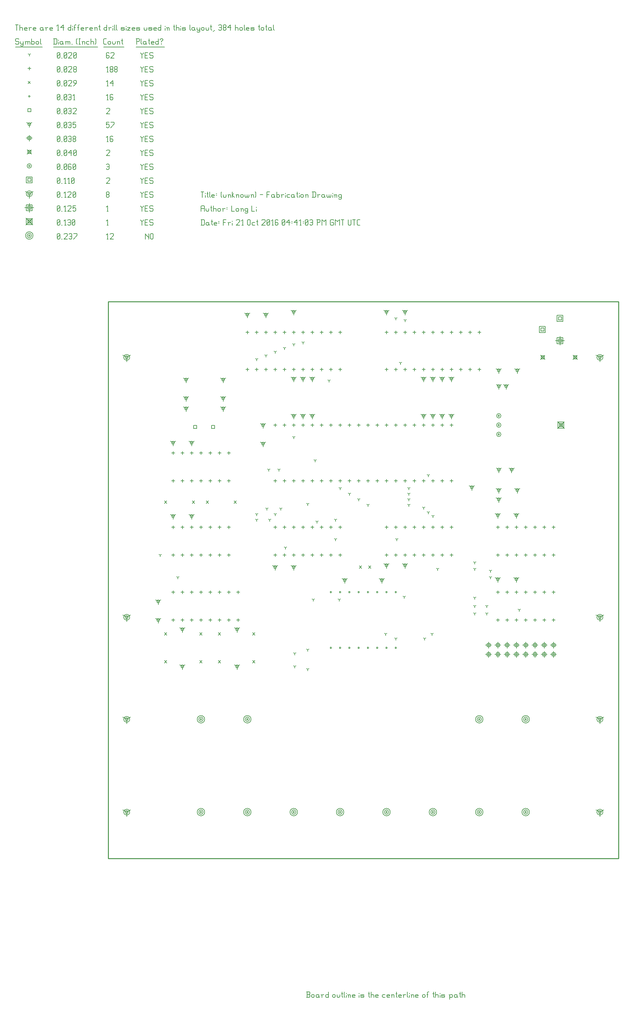
<source format=gbr>
G04 start of page 11 for group -3984 idx -3984 *
G04 Title: (unknown), fab *
G04 Creator: pcb 20140316 *
G04 CreationDate: Fri 21 Oct 2016 04:41:03 PM GMT UTC *
G04 For: atommann *
G04 Format: Gerber/RS-274X *
G04 PCB-Dimensions (mil): 8000.00 8000.00 *
G04 PCB-Coordinate-Origin: lower left *
%MOIN*%
%FSLAX25Y25*%
%LNFAB*%
%ADD107C,0.0100*%
%ADD106C,0.0060*%
%ADD105C,0.0080*%
G54D105*X199200Y290000D02*G75*G03X200800Y290000I800J0D01*G01*
G75*G03X199200Y290000I-800J0D01*G01*
X197600D02*G75*G03X202400Y290000I2400J0D01*G01*
G75*G03X197600Y290000I-2400J0D01*G01*
X196000D02*G75*G03X204000Y290000I4000J0D01*G01*
G75*G03X196000Y290000I-4000J0D01*G01*
X549200Y190000D02*G75*G03X550800Y190000I800J0D01*G01*
G75*G03X549200Y190000I-800J0D01*G01*
X547600D02*G75*G03X552400Y190000I2400J0D01*G01*
G75*G03X547600Y190000I-2400J0D01*G01*
X546000D02*G75*G03X554000Y190000I4000J0D01*G01*
G75*G03X546000Y190000I-4000J0D01*G01*
X499200D02*G75*G03X500800Y190000I800J0D01*G01*
G75*G03X499200Y190000I-800J0D01*G01*
X497600D02*G75*G03X502400Y190000I2400J0D01*G01*
G75*G03X497600Y190000I-2400J0D01*G01*
X496000D02*G75*G03X504000Y190000I4000J0D01*G01*
G75*G03X496000Y190000I-4000J0D01*G01*
X449200D02*G75*G03X450800Y190000I800J0D01*G01*
G75*G03X449200Y190000I-800J0D01*G01*
X447600D02*G75*G03X452400Y190000I2400J0D01*G01*
G75*G03X447600Y190000I-2400J0D01*G01*
X446000D02*G75*G03X454000Y190000I4000J0D01*G01*
G75*G03X446000Y190000I-4000J0D01*G01*
X399200D02*G75*G03X400800Y190000I800J0D01*G01*
G75*G03X399200Y190000I-800J0D01*G01*
X397600D02*G75*G03X402400Y190000I2400J0D01*G01*
G75*G03X397600Y190000I-2400J0D01*G01*
X396000D02*G75*G03X404000Y190000I4000J0D01*G01*
G75*G03X396000Y190000I-4000J0D01*G01*
X349200D02*G75*G03X350800Y190000I800J0D01*G01*
G75*G03X349200Y190000I-800J0D01*G01*
X347600D02*G75*G03X352400Y190000I2400J0D01*G01*
G75*G03X347600Y190000I-2400J0D01*G01*
X346000D02*G75*G03X354000Y190000I4000J0D01*G01*
G75*G03X346000Y190000I-4000J0D01*G01*
X299200D02*G75*G03X300800Y190000I800J0D01*G01*
G75*G03X299200Y190000I-800J0D01*G01*
X297600D02*G75*G03X302400Y190000I2400J0D01*G01*
G75*G03X297600Y190000I-2400J0D01*G01*
X296000D02*G75*G03X304000Y190000I4000J0D01*G01*
G75*G03X296000Y190000I-4000J0D01*G01*
X249200D02*G75*G03X250800Y190000I800J0D01*G01*
G75*G03X249200Y190000I-800J0D01*G01*
X247600D02*G75*G03X252400Y190000I2400J0D01*G01*
G75*G03X247600Y190000I-2400J0D01*G01*
X246000D02*G75*G03X254000Y190000I4000J0D01*G01*
G75*G03X246000Y190000I-4000J0D01*G01*
X499200Y290000D02*G75*G03X500800Y290000I800J0D01*G01*
G75*G03X499200Y290000I-800J0D01*G01*
X497600D02*G75*G03X502400Y290000I2400J0D01*G01*
G75*G03X497600Y290000I-2400J0D01*G01*
X496000D02*G75*G03X504000Y290000I4000J0D01*G01*
G75*G03X496000Y290000I-4000J0D01*G01*
X549200D02*G75*G03X550800Y290000I800J0D01*G01*
G75*G03X549200Y290000I-800J0D01*G01*
X547600D02*G75*G03X552400Y290000I2400J0D01*G01*
G75*G03X547600Y290000I-2400J0D01*G01*
X546000D02*G75*G03X554000Y290000I4000J0D01*G01*
G75*G03X546000Y290000I-4000J0D01*G01*
X249200D02*G75*G03X250800Y290000I800J0D01*G01*
G75*G03X249200Y290000I-800J0D01*G01*
X247600D02*G75*G03X252400Y290000I2400J0D01*G01*
G75*G03X247600Y290000I-2400J0D01*G01*
X246000D02*G75*G03X254000Y290000I4000J0D01*G01*
G75*G03X246000Y290000I-4000J0D01*G01*
X199200Y190000D02*G75*G03X200800Y190000I800J0D01*G01*
G75*G03X199200Y190000I-800J0D01*G01*
X197600D02*G75*G03X202400Y190000I2400J0D01*G01*
G75*G03X197600Y190000I-2400J0D01*G01*
X196000D02*G75*G03X204000Y190000I4000J0D01*G01*
G75*G03X196000Y190000I-4000J0D01*G01*
X14200Y811250D02*G75*G03X15800Y811250I800J0D01*G01*
G75*G03X14200Y811250I-800J0D01*G01*
X12600D02*G75*G03X17400Y811250I2400J0D01*G01*
G75*G03X12600Y811250I-2400J0D01*G01*
X11000D02*G75*G03X19000Y811250I4000J0D01*G01*
G75*G03X11000Y811250I-4000J0D01*G01*
G54D106*X140000Y813500D02*Y807500D01*
Y813500D02*Y812750D01*
X143750Y809000D01*
Y813500D02*Y807500D01*
X145550Y812750D02*Y808250D01*
Y812750D02*X146300Y813500D01*
X147800D01*
X148550Y812750D01*
Y808250D01*
X147800Y807500D02*X148550Y808250D01*
X146300Y807500D02*X147800D01*
X145550Y808250D02*X146300Y807500D01*
X98750D02*X100250D01*
X99500Y813500D02*Y807500D01*
X98000Y812000D02*X99500Y813500D01*
X102050Y812750D02*X102800Y813500D01*
X105050D01*
X105800Y812750D01*
Y811250D01*
X102050Y807500D02*X105800Y811250D01*
X102050Y807500D02*X105800D01*
X45000Y808250D02*X45750Y807500D01*
X45000Y812750D02*Y808250D01*
Y812750D02*X45750Y813500D01*
X47250D01*
X48000Y812750D01*
Y808250D01*
X47250Y807500D02*X48000Y808250D01*
X45750Y807500D02*X47250D01*
X45000Y809000D02*X48000Y812000D01*
X49800Y807500D02*X50550D01*
X52350Y812750D02*X53100Y813500D01*
X55350D01*
X56100Y812750D01*
Y811250D01*
X52350Y807500D02*X56100Y811250D01*
X52350Y807500D02*X56100D01*
X57900Y812750D02*X58650Y813500D01*
X60150D01*
X60900Y812750D01*
Y808250D01*
X60150Y807500D02*X60900Y808250D01*
X58650Y807500D02*X60150D01*
X57900Y808250D02*X58650Y807500D01*
Y810500D02*X60900D01*
X62700Y807500D02*X66450Y811250D01*
Y813500D02*Y811250D01*
X62700Y813500D02*X66450D01*
X584400Y610600D02*X591600Y603400D01*
X584400D02*X591600Y610600D01*
X586400Y608600D02*X589600D01*
X586400D02*Y605400D01*
X589600D01*
Y608600D02*Y605400D01*
X584800Y610200D02*X591200D01*
X584800D02*Y603800D01*
X591200D01*
Y610200D02*Y603800D01*
X11400Y829850D02*X18600Y822650D01*
X11400D02*X18600Y829850D01*
X13400Y827850D02*X16600D01*
X13400D02*Y824650D01*
X16600D01*
Y827850D02*Y824650D01*
X11800Y829450D02*X18200D01*
X11800D02*Y823050D01*
X18200D01*
Y829450D02*Y823050D01*
X135000Y828500D02*Y827750D01*
X136500Y826250D01*
X138000Y827750D01*
Y828500D02*Y827750D01*
X136500Y826250D02*Y822500D01*
X139800Y825500D02*X142050D01*
X139800Y822500D02*X142800D01*
X139800Y828500D02*Y822500D01*
Y828500D02*X142800D01*
X147600D02*X148350Y827750D01*
X145350Y828500D02*X147600D01*
X144600Y827750D02*X145350Y828500D01*
X144600Y827750D02*Y826250D01*
X145350Y825500D01*
X147600D01*
X148350Y824750D01*
Y823250D01*
X147600Y822500D02*X148350Y823250D01*
X145350Y822500D02*X147600D01*
X144600Y823250D02*X145350Y822500D01*
X98750D02*X100250D01*
X99500Y828500D02*Y822500D01*
X98000Y827000D02*X99500Y828500D01*
X45000Y823250D02*X45750Y822500D01*
X45000Y827750D02*Y823250D01*
Y827750D02*X45750Y828500D01*
X47250D01*
X48000Y827750D01*
Y823250D01*
X47250Y822500D02*X48000Y823250D01*
X45750Y822500D02*X47250D01*
X45000Y824000D02*X48000Y827000D01*
X49800Y822500D02*X50550D01*
X53100D02*X54600D01*
X53850Y828500D02*Y822500D01*
X52350Y827000D02*X53850Y828500D01*
X56400Y827750D02*X57150Y828500D01*
X58650D01*
X59400Y827750D01*
Y823250D01*
X58650Y822500D02*X59400Y823250D01*
X57150Y822500D02*X58650D01*
X56400Y823250D02*X57150Y822500D01*
Y825500D02*X59400D01*
X61200Y823250D02*X61950Y822500D01*
X61200Y827750D02*Y823250D01*
Y827750D02*X61950Y828500D01*
X63450D01*
X64200Y827750D01*
Y823250D01*
X63450Y822500D02*X64200Y823250D01*
X61950Y822500D02*X63450D01*
X61200Y824000D02*X64200Y827000D01*
X587000Y702800D02*Y693200D01*
X582200Y698000D02*X591800D01*
X585400Y699600D02*X588600D01*
X585400D02*Y696400D01*
X588600D01*
Y699600D02*Y696400D01*
X583800Y701200D02*X590200D01*
X583800D02*Y694800D01*
X590200D01*
Y701200D02*Y694800D01*
X15000Y846050D02*Y836450D01*
X10200Y841250D02*X19800D01*
X13400Y842850D02*X16600D01*
X13400D02*Y839650D01*
X16600D01*
Y842850D02*Y839650D01*
X11800Y844450D02*X18200D01*
X11800D02*Y838050D01*
X18200D01*
Y844450D02*Y838050D01*
X135000Y843500D02*Y842750D01*
X136500Y841250D01*
X138000Y842750D01*
Y843500D02*Y842750D01*
X136500Y841250D02*Y837500D01*
X139800Y840500D02*X142050D01*
X139800Y837500D02*X142800D01*
X139800Y843500D02*Y837500D01*
Y843500D02*X142800D01*
X147600D02*X148350Y842750D01*
X145350Y843500D02*X147600D01*
X144600Y842750D02*X145350Y843500D01*
X144600Y842750D02*Y841250D01*
X145350Y840500D01*
X147600D01*
X148350Y839750D01*
Y838250D01*
X147600Y837500D02*X148350Y838250D01*
X145350Y837500D02*X147600D01*
X144600Y838250D02*X145350Y837500D01*
X98750D02*X100250D01*
X99500Y843500D02*Y837500D01*
X98000Y842000D02*X99500Y843500D01*
X45000Y838250D02*X45750Y837500D01*
X45000Y842750D02*Y838250D01*
Y842750D02*X45750Y843500D01*
X47250D01*
X48000Y842750D01*
Y838250D01*
X47250Y837500D02*X48000Y838250D01*
X45750Y837500D02*X47250D01*
X45000Y839000D02*X48000Y842000D01*
X49800Y837500D02*X50550D01*
X53100D02*X54600D01*
X53850Y843500D02*Y837500D01*
X52350Y842000D02*X53850Y843500D01*
X56400Y842750D02*X57150Y843500D01*
X59400D01*
X60150Y842750D01*
Y841250D01*
X56400Y837500D02*X60150Y841250D01*
X56400Y837500D02*X60150D01*
X61950Y843500D02*X64950D01*
X61950D02*Y840500D01*
X62700Y841250D01*
X64200D01*
X64950Y840500D01*
Y838250D01*
X64200Y837500D02*X64950Y838250D01*
X62700Y837500D02*X64200D01*
X61950Y838250D02*X62700Y837500D01*
X120000Y190000D02*Y185200D01*
Y190000D02*X124160Y192400D01*
X120000Y190000D02*X115840Y192400D01*
X118400Y190000D02*G75*G03X121600Y190000I1600J0D01*G01*
G75*G03X118400Y190000I-1600J0D01*G01*
X116800D02*G75*G03X123200Y190000I3200J0D01*G01*
G75*G03X116800Y190000I-3200J0D01*G01*
X120000Y290000D02*Y285200D01*
Y290000D02*X124160Y292400D01*
X120000Y290000D02*X115840Y292400D01*
X118400Y290000D02*G75*G03X121600Y290000I1600J0D01*G01*
G75*G03X118400Y290000I-1600J0D01*G01*
X116800D02*G75*G03X123200Y290000I3200J0D01*G01*
G75*G03X116800Y290000I-3200J0D01*G01*
X120000Y400000D02*Y395200D01*
Y400000D02*X124160Y402400D01*
X120000Y400000D02*X115840Y402400D01*
X118400Y400000D02*G75*G03X121600Y400000I1600J0D01*G01*
G75*G03X118400Y400000I-1600J0D01*G01*
X116800D02*G75*G03X123200Y400000I3200J0D01*G01*
G75*G03X116800Y400000I-3200J0D01*G01*
X120000Y680000D02*Y675200D01*
Y680000D02*X124160Y682400D01*
X120000Y680000D02*X115840Y682400D01*
X118400Y680000D02*G75*G03X121600Y680000I1600J0D01*G01*
G75*G03X118400Y680000I-1600J0D01*G01*
X116800D02*G75*G03X123200Y680000I3200J0D01*G01*
G75*G03X116800Y680000I-3200J0D01*G01*
X630000Y190000D02*Y185200D01*
Y190000D02*X634160Y192400D01*
X630000Y190000D02*X625840Y192400D01*
X628400Y190000D02*G75*G03X631600Y190000I1600J0D01*G01*
G75*G03X628400Y190000I-1600J0D01*G01*
X626800D02*G75*G03X633200Y190000I3200J0D01*G01*
G75*G03X626800Y190000I-3200J0D01*G01*
X630000Y290000D02*Y285200D01*
Y290000D02*X634160Y292400D01*
X630000Y290000D02*X625840Y292400D01*
X628400Y290000D02*G75*G03X631600Y290000I1600J0D01*G01*
G75*G03X628400Y290000I-1600J0D01*G01*
X626800D02*G75*G03X633200Y290000I3200J0D01*G01*
G75*G03X626800Y290000I-3200J0D01*G01*
X630000Y400000D02*Y395200D01*
Y400000D02*X634160Y402400D01*
X630000Y400000D02*X625840Y402400D01*
X628400Y400000D02*G75*G03X631600Y400000I1600J0D01*G01*
G75*G03X628400Y400000I-1600J0D01*G01*
X626800D02*G75*G03X633200Y400000I3200J0D01*G01*
G75*G03X626800Y400000I-3200J0D01*G01*
X630000Y680000D02*Y675200D01*
Y680000D02*X634160Y682400D01*
X630000Y680000D02*X625840Y682400D01*
X628400Y680000D02*G75*G03X631600Y680000I1600J0D01*G01*
G75*G03X628400Y680000I-1600J0D01*G01*
X626800D02*G75*G03X633200Y680000I3200J0D01*G01*
G75*G03X626800Y680000I-3200J0D01*G01*
X15000Y856250D02*Y851450D01*
Y856250D02*X19160Y858650D01*
X15000Y856250D02*X10840Y858650D01*
X13400Y856250D02*G75*G03X16600Y856250I1600J0D01*G01*
G75*G03X13400Y856250I-1600J0D01*G01*
X11800D02*G75*G03X18200Y856250I3200J0D01*G01*
G75*G03X11800Y856250I-3200J0D01*G01*
X135000Y858500D02*Y857750D01*
X136500Y856250D01*
X138000Y857750D01*
Y858500D02*Y857750D01*
X136500Y856250D02*Y852500D01*
X139800Y855500D02*X142050D01*
X139800Y852500D02*X142800D01*
X139800Y858500D02*Y852500D01*
Y858500D02*X142800D01*
X147600D02*X148350Y857750D01*
X145350Y858500D02*X147600D01*
X144600Y857750D02*X145350Y858500D01*
X144600Y857750D02*Y856250D01*
X145350Y855500D01*
X147600D01*
X148350Y854750D01*
Y853250D01*
X147600Y852500D02*X148350Y853250D01*
X145350Y852500D02*X147600D01*
X144600Y853250D02*X145350Y852500D01*
X98000Y853250D02*X98750Y852500D01*
X98000Y854750D02*Y853250D01*
Y854750D02*X98750Y855500D01*
X100250D01*
X101000Y854750D01*
Y853250D01*
X100250Y852500D02*X101000Y853250D01*
X98750Y852500D02*X100250D01*
X98000Y856250D02*X98750Y855500D01*
X98000Y857750D02*Y856250D01*
Y857750D02*X98750Y858500D01*
X100250D01*
X101000Y857750D01*
Y856250D01*
X100250Y855500D02*X101000Y856250D01*
X45000Y853250D02*X45750Y852500D01*
X45000Y857750D02*Y853250D01*
Y857750D02*X45750Y858500D01*
X47250D01*
X48000Y857750D01*
Y853250D01*
X47250Y852500D02*X48000Y853250D01*
X45750Y852500D02*X47250D01*
X45000Y854000D02*X48000Y857000D01*
X49800Y852500D02*X50550D01*
X53100D02*X54600D01*
X53850Y858500D02*Y852500D01*
X52350Y857000D02*X53850Y858500D01*
X56400Y857750D02*X57150Y858500D01*
X59400D01*
X60150Y857750D01*
Y856250D01*
X56400Y852500D02*X60150Y856250D01*
X56400Y852500D02*X60150D01*
X61950Y853250D02*X62700Y852500D01*
X61950Y857750D02*Y853250D01*
Y857750D02*X62700Y858500D01*
X64200D01*
X64950Y857750D01*
Y853250D01*
X64200Y852500D02*X64950Y853250D01*
X62700Y852500D02*X64200D01*
X61950Y854000D02*X64950Y857000D01*
X585400Y723600D02*X588600D01*
X585400D02*Y720400D01*
X588600D01*
Y723600D02*Y720400D01*
X583800Y725200D02*X590200D01*
X583800D02*Y718800D01*
X590200D01*
Y725200D02*Y718800D01*
X566400Y711600D02*X569600D01*
X566400D02*Y708400D01*
X569600D01*
Y711600D02*Y708400D01*
X564800Y713200D02*X571200D01*
X564800D02*Y706800D01*
X571200D01*
Y713200D02*Y706800D01*
X13400Y872850D02*X16600D01*
X13400D02*Y869650D01*
X16600D01*
Y872850D02*Y869650D01*
X11800Y874450D02*X18200D01*
X11800D02*Y868050D01*
X18200D01*
Y874450D02*Y868050D01*
X135000Y873500D02*Y872750D01*
X136500Y871250D01*
X138000Y872750D01*
Y873500D02*Y872750D01*
X136500Y871250D02*Y867500D01*
X139800Y870500D02*X142050D01*
X139800Y867500D02*X142800D01*
X139800Y873500D02*Y867500D01*
Y873500D02*X142800D01*
X147600D02*X148350Y872750D01*
X145350Y873500D02*X147600D01*
X144600Y872750D02*X145350Y873500D01*
X144600Y872750D02*Y871250D01*
X145350Y870500D01*
X147600D01*
X148350Y869750D01*
Y868250D01*
X147600Y867500D02*X148350Y868250D01*
X145350Y867500D02*X147600D01*
X144600Y868250D02*X145350Y867500D01*
X98000Y872750D02*X98750Y873500D01*
X101000D01*
X101750Y872750D01*
Y871250D01*
X98000Y867500D02*X101750Y871250D01*
X98000Y867500D02*X101750D01*
X45000Y868250D02*X45750Y867500D01*
X45000Y872750D02*Y868250D01*
Y872750D02*X45750Y873500D01*
X47250D01*
X48000Y872750D01*
Y868250D01*
X47250Y867500D02*X48000Y868250D01*
X45750Y867500D02*X47250D01*
X45000Y869000D02*X48000Y872000D01*
X49800Y867500D02*X50550D01*
X53100D02*X54600D01*
X53850Y873500D02*Y867500D01*
X52350Y872000D02*X53850Y873500D01*
X57150Y867500D02*X58650D01*
X57900Y873500D02*Y867500D01*
X56400Y872000D02*X57900Y873500D01*
X60450Y868250D02*X61200Y867500D01*
X60450Y872750D02*Y868250D01*
Y872750D02*X61200Y873500D01*
X62700D01*
X63450Y872750D01*
Y868250D01*
X62700Y867500D02*X63450Y868250D01*
X61200Y867500D02*X62700D01*
X60450Y869000D02*X63450Y872000D01*
X520200Y617000D02*G75*G03X521800Y617000I800J0D01*G01*
G75*G03X520200Y617000I-800J0D01*G01*
X518600D02*G75*G03X523400Y617000I2400J0D01*G01*
G75*G03X518600Y617000I-2400J0D01*G01*
X520200Y607000D02*G75*G03X521800Y607000I800J0D01*G01*
G75*G03X520200Y607000I-800J0D01*G01*
X518600D02*G75*G03X523400Y607000I2400J0D01*G01*
G75*G03X518600Y607000I-2400J0D01*G01*
X520200Y597000D02*G75*G03X521800Y597000I800J0D01*G01*
G75*G03X520200Y597000I-800J0D01*G01*
X518600D02*G75*G03X523400Y597000I2400J0D01*G01*
G75*G03X518600Y597000I-2400J0D01*G01*
X14200Y886250D02*G75*G03X15800Y886250I800J0D01*G01*
G75*G03X14200Y886250I-800J0D01*G01*
X12600D02*G75*G03X17400Y886250I2400J0D01*G01*
G75*G03X12600Y886250I-2400J0D01*G01*
X135000Y888500D02*Y887750D01*
X136500Y886250D01*
X138000Y887750D01*
Y888500D02*Y887750D01*
X136500Y886250D02*Y882500D01*
X139800Y885500D02*X142050D01*
X139800Y882500D02*X142800D01*
X139800Y888500D02*Y882500D01*
Y888500D02*X142800D01*
X147600D02*X148350Y887750D01*
X145350Y888500D02*X147600D01*
X144600Y887750D02*X145350Y888500D01*
X144600Y887750D02*Y886250D01*
X145350Y885500D01*
X147600D01*
X148350Y884750D01*
Y883250D01*
X147600Y882500D02*X148350Y883250D01*
X145350Y882500D02*X147600D01*
X144600Y883250D02*X145350Y882500D01*
X98000Y887750D02*X98750Y888500D01*
X100250D01*
X101000Y887750D01*
Y883250D01*
X100250Y882500D02*X101000Y883250D01*
X98750Y882500D02*X100250D01*
X98000Y883250D02*X98750Y882500D01*
Y885500D02*X101000D01*
X45000Y883250D02*X45750Y882500D01*
X45000Y887750D02*Y883250D01*
Y887750D02*X45750Y888500D01*
X47250D01*
X48000Y887750D01*
Y883250D01*
X47250Y882500D02*X48000Y883250D01*
X45750Y882500D02*X47250D01*
X45000Y884000D02*X48000Y887000D01*
X49800Y882500D02*X50550D01*
X52350Y883250D02*X53100Y882500D01*
X52350Y887750D02*Y883250D01*
Y887750D02*X53100Y888500D01*
X54600D01*
X55350Y887750D01*
Y883250D01*
X54600Y882500D02*X55350Y883250D01*
X53100Y882500D02*X54600D01*
X52350Y884000D02*X55350Y887000D01*
X59400Y888500D02*X60150Y887750D01*
X57900Y888500D02*X59400D01*
X57150Y887750D02*X57900Y888500D01*
X57150Y887750D02*Y883250D01*
X57900Y882500D01*
X59400Y885500D02*X60150Y884750D01*
X57150Y885500D02*X59400D01*
X57900Y882500D02*X59400D01*
X60150Y883250D01*
Y884750D02*Y883250D01*
X61950D02*X62700Y882500D01*
X61950Y887750D02*Y883250D01*
Y887750D02*X62700Y888500D01*
X64200D01*
X64950Y887750D01*
Y883250D01*
X64200Y882500D02*X64950Y883250D01*
X62700Y882500D02*X64200D01*
X61950Y884000D02*X64950Y887000D01*
X566100Y682400D02*X570900Y677600D01*
X566100D02*X570900Y682400D01*
X566900Y681600D02*X570100D01*
X566900D02*Y678400D01*
X570100D01*
Y681600D02*Y678400D01*
X601100Y682400D02*X605900Y677600D01*
X601100D02*X605900Y682400D01*
X601900Y681600D02*X605100D01*
X601900D02*Y678400D01*
X605100D01*
Y681600D02*Y678400D01*
X12600Y903650D02*X17400Y898850D01*
X12600D02*X17400Y903650D01*
X13400Y902850D02*X16600D01*
X13400D02*Y899650D01*
X16600D01*
Y902850D02*Y899650D01*
X135000Y903500D02*Y902750D01*
X136500Y901250D01*
X138000Y902750D01*
Y903500D02*Y902750D01*
X136500Y901250D02*Y897500D01*
X139800Y900500D02*X142050D01*
X139800Y897500D02*X142800D01*
X139800Y903500D02*Y897500D01*
Y903500D02*X142800D01*
X147600D02*X148350Y902750D01*
X145350Y903500D02*X147600D01*
X144600Y902750D02*X145350Y903500D01*
X144600Y902750D02*Y901250D01*
X145350Y900500D01*
X147600D01*
X148350Y899750D01*
Y898250D01*
X147600Y897500D02*X148350Y898250D01*
X145350Y897500D02*X147600D01*
X144600Y898250D02*X145350Y897500D01*
X98000Y902750D02*X98750Y903500D01*
X101000D01*
X101750Y902750D01*
Y901250D01*
X98000Y897500D02*X101750Y901250D01*
X98000Y897500D02*X101750D01*
X45000Y898250D02*X45750Y897500D01*
X45000Y902750D02*Y898250D01*
Y902750D02*X45750Y903500D01*
X47250D01*
X48000Y902750D01*
Y898250D01*
X47250Y897500D02*X48000Y898250D01*
X45750Y897500D02*X47250D01*
X45000Y899000D02*X48000Y902000D01*
X49800Y897500D02*X50550D01*
X52350Y898250D02*X53100Y897500D01*
X52350Y902750D02*Y898250D01*
Y902750D02*X53100Y903500D01*
X54600D01*
X55350Y902750D01*
Y898250D01*
X54600Y897500D02*X55350Y898250D01*
X53100Y897500D02*X54600D01*
X52350Y899000D02*X55350Y902000D01*
X57150Y900500D02*X60150Y903500D01*
X57150Y900500D02*X60900D01*
X60150Y903500D02*Y897500D01*
X62700Y898250D02*X63450Y897500D01*
X62700Y902750D02*Y898250D01*
Y902750D02*X63450Y903500D01*
X64950D01*
X65700Y902750D01*
Y898250D01*
X64950Y897500D02*X65700Y898250D01*
X63450Y897500D02*X64950D01*
X62700Y899000D02*X65700Y902000D01*
X510000Y363200D02*Y356800D01*
X506800Y360000D02*X513200D01*
X508400Y361600D02*X511600D01*
X508400D02*Y358400D01*
X511600D01*
Y361600D02*Y358400D01*
X510000Y373200D02*Y366800D01*
X506800Y370000D02*X513200D01*
X508400Y371600D02*X511600D01*
X508400D02*Y368400D01*
X511600D01*
Y371600D02*Y368400D01*
X520000Y363200D02*Y356800D01*
X516800Y360000D02*X523200D01*
X518400Y361600D02*X521600D01*
X518400D02*Y358400D01*
X521600D01*
Y361600D02*Y358400D01*
X520000Y373200D02*Y366800D01*
X516800Y370000D02*X523200D01*
X518400Y371600D02*X521600D01*
X518400D02*Y368400D01*
X521600D01*
Y371600D02*Y368400D01*
X530000Y363200D02*Y356800D01*
X526800Y360000D02*X533200D01*
X528400Y361600D02*X531600D01*
X528400D02*Y358400D01*
X531600D01*
Y361600D02*Y358400D01*
X530000Y373200D02*Y366800D01*
X526800Y370000D02*X533200D01*
X528400Y371600D02*X531600D01*
X528400D02*Y368400D01*
X531600D01*
Y371600D02*Y368400D01*
X540000Y363200D02*Y356800D01*
X536800Y360000D02*X543200D01*
X538400Y361600D02*X541600D01*
X538400D02*Y358400D01*
X541600D01*
Y361600D02*Y358400D01*
X540000Y373200D02*Y366800D01*
X536800Y370000D02*X543200D01*
X538400Y371600D02*X541600D01*
X538400D02*Y368400D01*
X541600D01*
Y371600D02*Y368400D01*
X550000Y363200D02*Y356800D01*
X546800Y360000D02*X553200D01*
X548400Y361600D02*X551600D01*
X548400D02*Y358400D01*
X551600D01*
Y361600D02*Y358400D01*
X550000Y373200D02*Y366800D01*
X546800Y370000D02*X553200D01*
X548400Y371600D02*X551600D01*
X548400D02*Y368400D01*
X551600D01*
Y371600D02*Y368400D01*
X560000Y363200D02*Y356800D01*
X556800Y360000D02*X563200D01*
X558400Y361600D02*X561600D01*
X558400D02*Y358400D01*
X561600D01*
Y361600D02*Y358400D01*
X560000Y373200D02*Y366800D01*
X556800Y370000D02*X563200D01*
X558400Y371600D02*X561600D01*
X558400D02*Y368400D01*
X561600D01*
Y371600D02*Y368400D01*
X570000Y363200D02*Y356800D01*
X566800Y360000D02*X573200D01*
X568400Y361600D02*X571600D01*
X568400D02*Y358400D01*
X571600D01*
Y361600D02*Y358400D01*
X570000Y373200D02*Y366800D01*
X566800Y370000D02*X573200D01*
X568400Y371600D02*X571600D01*
X568400D02*Y368400D01*
X571600D01*
Y371600D02*Y368400D01*
X580000Y363200D02*Y356800D01*
X576800Y360000D02*X583200D01*
X578400Y361600D02*X581600D01*
X578400D02*Y358400D01*
X581600D01*
Y361600D02*Y358400D01*
X580000Y373200D02*Y366800D01*
X576800Y370000D02*X583200D01*
X578400Y371600D02*X581600D01*
X578400D02*Y368400D01*
X581600D01*
Y371600D02*Y368400D01*
X15000Y919450D02*Y913050D01*
X11800Y916250D02*X18200D01*
X13400Y917850D02*X16600D01*
X13400D02*Y914650D01*
X16600D01*
Y917850D02*Y914650D01*
X135000Y918500D02*Y917750D01*
X136500Y916250D01*
X138000Y917750D01*
Y918500D02*Y917750D01*
X136500Y916250D02*Y912500D01*
X139800Y915500D02*X142050D01*
X139800Y912500D02*X142800D01*
X139800Y918500D02*Y912500D01*
Y918500D02*X142800D01*
X147600D02*X148350Y917750D01*
X145350Y918500D02*X147600D01*
X144600Y917750D02*X145350Y918500D01*
X144600Y917750D02*Y916250D01*
X145350Y915500D01*
X147600D01*
X148350Y914750D01*
Y913250D01*
X147600Y912500D02*X148350Y913250D01*
X145350Y912500D02*X147600D01*
X144600Y913250D02*X145350Y912500D01*
X98750D02*X100250D01*
X99500Y918500D02*Y912500D01*
X98000Y917000D02*X99500Y918500D01*
X104300D02*X105050Y917750D01*
X102800Y918500D02*X104300D01*
X102050Y917750D02*X102800Y918500D01*
X102050Y917750D02*Y913250D01*
X102800Y912500D01*
X104300Y915500D02*X105050Y914750D01*
X102050Y915500D02*X104300D01*
X102800Y912500D02*X104300D01*
X105050Y913250D01*
Y914750D02*Y913250D01*
X45000D02*X45750Y912500D01*
X45000Y917750D02*Y913250D01*
Y917750D02*X45750Y918500D01*
X47250D01*
X48000Y917750D01*
Y913250D01*
X47250Y912500D02*X48000Y913250D01*
X45750Y912500D02*X47250D01*
X45000Y914000D02*X48000Y917000D01*
X49800Y912500D02*X50550D01*
X52350Y913250D02*X53100Y912500D01*
X52350Y917750D02*Y913250D01*
Y917750D02*X53100Y918500D01*
X54600D01*
X55350Y917750D01*
Y913250D01*
X54600Y912500D02*X55350Y913250D01*
X53100Y912500D02*X54600D01*
X52350Y914000D02*X55350Y917000D01*
X57150Y917750D02*X57900Y918500D01*
X59400D01*
X60150Y917750D01*
Y913250D01*
X59400Y912500D02*X60150Y913250D01*
X57900Y912500D02*X59400D01*
X57150Y913250D02*X57900Y912500D01*
Y915500D02*X60150D01*
X61950Y913250D02*X62700Y912500D01*
X61950Y914750D02*Y913250D01*
Y914750D02*X62700Y915500D01*
X64200D01*
X64950Y914750D01*
Y913250D01*
X64200Y912500D02*X64950Y913250D01*
X62700Y912500D02*X64200D01*
X61950Y916250D02*X62700Y915500D01*
X61950Y917750D02*Y916250D01*
Y917750D02*X62700Y918500D01*
X64200D01*
X64950Y917750D01*
Y916250D01*
X64200Y915500D02*X64950Y916250D01*
X250000Y726000D02*Y722800D01*
Y726000D02*X252773Y727600D01*
X250000Y726000D02*X247227Y727600D01*
X248400Y726000D02*G75*G03X251600Y726000I1600J0D01*G01*
G75*G03X248400Y726000I-1600J0D01*G01*
X270000D02*Y722800D01*
Y726000D02*X272773Y727600D01*
X270000Y726000D02*X267227Y727600D01*
X268400Y726000D02*G75*G03X271600Y726000I1600J0D01*G01*
G75*G03X268400Y726000I-1600J0D01*G01*
X400000Y729000D02*Y725800D01*
Y729000D02*X402773Y730600D01*
X400000Y729000D02*X397227Y730600D01*
X398400Y729000D02*G75*G03X401600Y729000I1600J0D01*G01*
G75*G03X398400Y729000I-1600J0D01*G01*
X420000D02*Y725800D01*
Y729000D02*X422773Y730600D01*
X420000Y729000D02*X417227Y730600D01*
X418400Y729000D02*G75*G03X421600Y729000I1600J0D01*G01*
G75*G03X418400Y729000I-1600J0D01*G01*
X267000Y607000D02*Y603800D01*
Y607000D02*X269773Y608600D01*
X267000Y607000D02*X264227Y608600D01*
X265400Y607000D02*G75*G03X268600Y607000I1600J0D01*G01*
G75*G03X265400Y607000I-1600J0D01*G01*
X267000Y587000D02*Y583800D01*
Y587000D02*X269773Y588600D01*
X267000Y587000D02*X264227Y588600D01*
X265400Y587000D02*G75*G03X268600Y587000I1600J0D01*G01*
G75*G03X265400Y587000I-1600J0D01*G01*
X520000Y510000D02*Y506800D01*
Y510000D02*X522773Y511600D01*
X520000Y510000D02*X517227Y511600D01*
X518400Y510000D02*G75*G03X521600Y510000I1600J0D01*G01*
G75*G03X518400Y510000I-1600J0D01*G01*
X540000D02*Y506800D01*
Y510000D02*X542773Y511600D01*
X540000Y510000D02*X537227Y511600D01*
X538400Y510000D02*G75*G03X541600Y510000I1600J0D01*G01*
G75*G03X538400Y510000I-1600J0D01*G01*
X520000Y441000D02*Y437800D01*
Y441000D02*X522773Y442600D01*
X520000Y441000D02*X517227Y442600D01*
X518400Y441000D02*G75*G03X521600Y441000I1600J0D01*G01*
G75*G03X518400Y441000I-1600J0D01*G01*
X540000D02*Y437800D01*
Y441000D02*X542773Y442600D01*
X540000Y441000D02*X537227Y442600D01*
X538400Y441000D02*G75*G03X541600Y441000I1600J0D01*G01*
G75*G03X538400Y441000I-1600J0D01*G01*
X170000Y509000D02*Y505800D01*
Y509000D02*X172773Y510600D01*
X170000Y509000D02*X167227Y510600D01*
X168400Y509000D02*G75*G03X171600Y509000I1600J0D01*G01*
G75*G03X168400Y509000I-1600J0D01*G01*
X190000D02*Y505800D01*
Y509000D02*X192773Y510600D01*
X190000Y509000D02*X187227Y510600D01*
X188400Y509000D02*G75*G03X191600Y509000I1600J0D01*G01*
G75*G03X188400Y509000I-1600J0D01*G01*
X400000Y456000D02*Y452800D01*
Y456000D02*X402773Y457600D01*
X400000Y456000D02*X397227Y457600D01*
X398400Y456000D02*G75*G03X401600Y456000I1600J0D01*G01*
G75*G03X398400Y456000I-1600J0D01*G01*
X420000D02*Y452800D01*
Y456000D02*X422773Y457600D01*
X420000Y456000D02*X417227Y457600D01*
X418400Y456000D02*G75*G03X421600Y456000I1600J0D01*G01*
G75*G03X418400Y456000I-1600J0D01*G01*
X154000Y397000D02*Y393800D01*
Y397000D02*X156773Y398600D01*
X154000Y397000D02*X151227Y398600D01*
X152400Y397000D02*G75*G03X155600Y397000I1600J0D01*G01*
G75*G03X152400Y397000I-1600J0D01*G01*
X154000Y417000D02*Y413800D01*
Y417000D02*X156773Y418600D01*
X154000Y417000D02*X151227Y418600D01*
X152400Y417000D02*G75*G03X155600Y417000I1600J0D01*G01*
G75*G03X152400Y417000I-1600J0D01*G01*
X170000Y588000D02*Y584800D01*
Y588000D02*X172773Y589600D01*
X170000Y588000D02*X167227Y589600D01*
X168400Y588000D02*G75*G03X171600Y588000I1600J0D01*G01*
G75*G03X168400Y588000I-1600J0D01*G01*
X190000D02*Y584800D01*
Y588000D02*X192773Y589600D01*
X190000Y588000D02*X187227Y589600D01*
X188400Y588000D02*G75*G03X191600Y588000I1600J0D01*G01*
G75*G03X188400Y588000I-1600J0D01*G01*
X521000Y666000D02*Y662800D01*
Y666000D02*X523773Y667600D01*
X521000Y666000D02*X518227Y667600D01*
X519400Y666000D02*G75*G03X522600Y666000I1600J0D01*G01*
G75*G03X519400Y666000I-1600J0D01*G01*
X541000D02*Y662800D01*
Y666000D02*X543773Y667600D01*
X541000Y666000D02*X538227Y667600D01*
X539400Y666000D02*G75*G03X542600Y666000I1600J0D01*G01*
G75*G03X539400Y666000I-1600J0D01*G01*
X521000Y537000D02*Y533800D01*
Y537000D02*X523773Y538600D01*
X521000Y537000D02*X518227Y538600D01*
X519400Y537000D02*G75*G03X522600Y537000I1600J0D01*G01*
G75*G03X519400Y537000I-1600J0D01*G01*
X541000D02*Y533800D01*
Y537000D02*X543773Y538600D01*
X541000Y537000D02*X538227Y538600D01*
X539400Y537000D02*G75*G03X542600Y537000I1600J0D01*G01*
G75*G03X539400Y537000I-1600J0D01*G01*
X320000Y657000D02*Y653800D01*
Y657000D02*X322773Y658600D01*
X320000Y657000D02*X317227Y658600D01*
X318400Y657000D02*G75*G03X321600Y657000I1600J0D01*G01*
G75*G03X318400Y657000I-1600J0D01*G01*
X320000Y617000D02*Y613800D01*
Y617000D02*X322773Y618600D01*
X320000Y617000D02*X317227Y618600D01*
X318400Y617000D02*G75*G03X321600Y617000I1600J0D01*G01*
G75*G03X318400Y617000I-1600J0D01*G01*
X440000Y657000D02*Y653800D01*
Y657000D02*X442773Y658600D01*
X440000Y657000D02*X437227Y658600D01*
X438400Y657000D02*G75*G03X441600Y657000I1600J0D01*G01*
G75*G03X438400Y657000I-1600J0D01*G01*
X440000Y617000D02*Y613800D01*
Y617000D02*X442773Y618600D01*
X440000Y617000D02*X437227Y618600D01*
X438400Y617000D02*G75*G03X441600Y617000I1600J0D01*G01*
G75*G03X438400Y617000I-1600J0D01*G01*
X300000Y657000D02*Y653800D01*
Y657000D02*X302773Y658600D01*
X300000Y657000D02*X297227Y658600D01*
X298400Y657000D02*G75*G03X301600Y657000I1600J0D01*G01*
G75*G03X298400Y657000I-1600J0D01*G01*
X300000Y617000D02*Y613800D01*
Y617000D02*X302773Y618600D01*
X300000Y617000D02*X297227Y618600D01*
X298400Y617000D02*G75*G03X301600Y617000I1600J0D01*G01*
G75*G03X298400Y617000I-1600J0D01*G01*
X310000Y657000D02*Y653800D01*
Y657000D02*X312773Y658600D01*
X310000Y657000D02*X307227Y658600D01*
X308400Y657000D02*G75*G03X311600Y657000I1600J0D01*G01*
G75*G03X308400Y657000I-1600J0D01*G01*
X310000Y617000D02*Y613800D01*
Y617000D02*X312773Y618600D01*
X310000Y617000D02*X307227Y618600D01*
X308400Y617000D02*G75*G03X311600Y617000I1600J0D01*G01*
G75*G03X308400Y617000I-1600J0D01*G01*
X450000Y657000D02*Y653800D01*
Y657000D02*X452773Y658600D01*
X450000Y657000D02*X447227Y658600D01*
X448400Y657000D02*G75*G03X451600Y657000I1600J0D01*G01*
G75*G03X448400Y657000I-1600J0D01*G01*
X450000Y617000D02*Y613800D01*
Y617000D02*X452773Y618600D01*
X450000Y617000D02*X447227Y618600D01*
X448400Y617000D02*G75*G03X451600Y617000I1600J0D01*G01*
G75*G03X448400Y617000I-1600J0D01*G01*
X470000Y657000D02*Y653800D01*
Y657000D02*X472773Y658600D01*
X470000Y657000D02*X467227Y658600D01*
X468400Y657000D02*G75*G03X471600Y657000I1600J0D01*G01*
G75*G03X468400Y657000I-1600J0D01*G01*
X470000Y617000D02*Y613800D01*
Y617000D02*X472773Y618600D01*
X470000Y617000D02*X467227Y618600D01*
X468400Y617000D02*G75*G03X471600Y617000I1600J0D01*G01*
G75*G03X468400Y617000I-1600J0D01*G01*
X355000Y440000D02*Y436800D01*
Y440000D02*X357773Y441600D01*
X355000Y440000D02*X352227Y441600D01*
X353400Y440000D02*G75*G03X356600Y440000I1600J0D01*G01*
G75*G03X353400Y440000I-1600J0D01*G01*
X395000D02*Y436800D01*
Y440000D02*X397773Y441600D01*
X395000Y440000D02*X392227Y441600D01*
X393400Y440000D02*G75*G03X396600Y440000I1600J0D01*G01*
G75*G03X393400Y440000I-1600J0D01*G01*
X224000Y636000D02*Y632800D01*
Y636000D02*X226773Y637600D01*
X224000Y636000D02*X221227Y637600D01*
X222400Y636000D02*G75*G03X225600Y636000I1600J0D01*G01*
G75*G03X222400Y636000I-1600J0D01*G01*
X224000Y656000D02*Y652800D01*
Y656000D02*X226773Y657600D01*
X224000Y656000D02*X221227Y657600D01*
X222400Y656000D02*G75*G03X225600Y656000I1600J0D01*G01*
G75*G03X222400Y656000I-1600J0D01*G01*
X184000Y636000D02*Y632800D01*
Y636000D02*X186773Y637600D01*
X184000Y636000D02*X181227Y637600D01*
X182400Y636000D02*G75*G03X185600Y636000I1600J0D01*G01*
G75*G03X182400Y636000I-1600J0D01*G01*
X184000Y656000D02*Y652800D01*
Y656000D02*X186773Y657600D01*
X184000Y656000D02*X181227Y657600D01*
X182400Y656000D02*G75*G03X185600Y656000I1600J0D01*G01*
G75*G03X182400Y656000I-1600J0D01*G01*
X184000Y625000D02*Y621800D01*
Y625000D02*X186773Y626600D01*
X184000Y625000D02*X181227Y626600D01*
X182400Y625000D02*G75*G03X185600Y625000I1600J0D01*G01*
G75*G03X182400Y625000I-1600J0D01*G01*
X224000D02*Y621800D01*
Y625000D02*X226773Y626600D01*
X224000Y625000D02*X221227Y626600D01*
X222400Y625000D02*G75*G03X225600Y625000I1600J0D01*G01*
G75*G03X222400Y625000I-1600J0D01*G01*
X180000Y347000D02*Y343800D01*
Y347000D02*X182773Y348600D01*
X180000Y347000D02*X177227Y348600D01*
X178400Y347000D02*G75*G03X181600Y347000I1600J0D01*G01*
G75*G03X178400Y347000I-1600J0D01*G01*
X180000Y387000D02*Y383800D01*
Y387000D02*X182773Y388600D01*
X180000Y387000D02*X177227Y388600D01*
X178400Y387000D02*G75*G03X181600Y387000I1600J0D01*G01*
G75*G03X178400Y387000I-1600J0D01*G01*
X239000Y347000D02*Y343800D01*
Y347000D02*X241773Y348600D01*
X239000Y347000D02*X236227Y348600D01*
X237400Y347000D02*G75*G03X240600Y347000I1600J0D01*G01*
G75*G03X237400Y347000I-1600J0D01*G01*
X239000Y387000D02*Y383800D01*
Y387000D02*X241773Y388600D01*
X239000Y387000D02*X236227Y388600D01*
X237400Y387000D02*G75*G03X240600Y387000I1600J0D01*G01*
G75*G03X237400Y387000I-1600J0D01*G01*
X280000Y454000D02*Y450800D01*
Y454000D02*X282773Y455600D01*
X280000Y454000D02*X277227Y455600D01*
X278400Y454000D02*G75*G03X281600Y454000I1600J0D01*G01*
G75*G03X278400Y454000I-1600J0D01*G01*
X300000D02*Y450800D01*
Y454000D02*X302773Y455600D01*
X300000Y454000D02*X297227Y455600D01*
X298400Y454000D02*G75*G03X301600Y454000I1600J0D01*G01*
G75*G03X298400Y454000I-1600J0D01*G01*
X521064Y649000D02*Y645800D01*
Y649000D02*X523837Y650600D01*
X521064Y649000D02*X518291Y650600D01*
X519464Y649000D02*G75*G03X522664Y649000I1600J0D01*G01*
G75*G03X519464Y649000I-1600J0D01*G01*
X528936D02*Y645800D01*
Y649000D02*X531709Y650600D01*
X528936Y649000D02*X526163Y650600D01*
X527336Y649000D02*G75*G03X530536Y649000I1600J0D01*G01*
G75*G03X527336Y649000I-1600J0D01*G01*
X521111Y559000D02*Y555800D01*
Y559000D02*X523884Y560600D01*
X521111Y559000D02*X518338Y560600D01*
X519511Y559000D02*G75*G03X522711Y559000I1600J0D01*G01*
G75*G03X519511Y559000I-1600J0D01*G01*
X534889D02*Y555800D01*
Y559000D02*X537662Y560600D01*
X534889Y559000D02*X532116Y560600D01*
X533289Y559000D02*G75*G03X536489Y559000I1600J0D01*G01*
G75*G03X533289Y559000I-1600J0D01*G01*
X460000Y657000D02*Y653800D01*
Y657000D02*X462773Y658600D01*
X460000Y657000D02*X457227Y658600D01*
X458400Y657000D02*G75*G03X461600Y657000I1600J0D01*G01*
G75*G03X458400Y657000I-1600J0D01*G01*
X460000Y617000D02*Y613800D01*
Y617000D02*X462773Y618600D01*
X460000Y617000D02*X457227Y618600D01*
X458400Y617000D02*G75*G03X461600Y617000I1600J0D01*G01*
G75*G03X458400Y617000I-1600J0D01*G01*
X300000Y729000D02*Y725800D01*
Y729000D02*X302773Y730600D01*
X300000Y729000D02*X297227Y730600D01*
X298400Y729000D02*G75*G03X301600Y729000I1600J0D01*G01*
G75*G03X298400Y729000I-1600J0D01*G01*
X492000Y540000D02*Y536800D01*
Y540000D02*X494773Y541600D01*
X492000Y540000D02*X489227Y541600D01*
X490400Y540000D02*G75*G03X493600Y540000I1600J0D01*G01*
G75*G03X490400Y540000I-1600J0D01*G01*
X521000Y527000D02*Y523800D01*
Y527000D02*X523773Y528600D01*
X521000Y527000D02*X518227Y528600D01*
X519400Y527000D02*G75*G03X522600Y527000I1600J0D01*G01*
G75*G03X519400Y527000I-1600J0D01*G01*
X15000Y931250D02*Y928050D01*
Y931250D02*X17773Y932850D01*
X15000Y931250D02*X12227Y932850D01*
X13400Y931250D02*G75*G03X16600Y931250I1600J0D01*G01*
G75*G03X13400Y931250I-1600J0D01*G01*
X135000Y933500D02*Y932750D01*
X136500Y931250D01*
X138000Y932750D01*
Y933500D02*Y932750D01*
X136500Y931250D02*Y927500D01*
X139800Y930500D02*X142050D01*
X139800Y927500D02*X142800D01*
X139800Y933500D02*Y927500D01*
Y933500D02*X142800D01*
X147600D02*X148350Y932750D01*
X145350Y933500D02*X147600D01*
X144600Y932750D02*X145350Y933500D01*
X144600Y932750D02*Y931250D01*
X145350Y930500D01*
X147600D01*
X148350Y929750D01*
Y928250D01*
X147600Y927500D02*X148350Y928250D01*
X145350Y927500D02*X147600D01*
X144600Y928250D02*X145350Y927500D01*
X98000Y933500D02*X101000D01*
X98000D02*Y930500D01*
X98750Y931250D01*
X100250D01*
X101000Y930500D01*
Y928250D01*
X100250Y927500D02*X101000Y928250D01*
X98750Y927500D02*X100250D01*
X98000Y928250D02*X98750Y927500D01*
X102800D02*X106550Y931250D01*
Y933500D02*Y931250D01*
X102800Y933500D02*X106550D01*
X45000Y928250D02*X45750Y927500D01*
X45000Y932750D02*Y928250D01*
Y932750D02*X45750Y933500D01*
X47250D01*
X48000Y932750D01*
Y928250D01*
X47250Y927500D02*X48000Y928250D01*
X45750Y927500D02*X47250D01*
X45000Y929000D02*X48000Y932000D01*
X49800Y927500D02*X50550D01*
X52350Y928250D02*X53100Y927500D01*
X52350Y932750D02*Y928250D01*
Y932750D02*X53100Y933500D01*
X54600D01*
X55350Y932750D01*
Y928250D01*
X54600Y927500D02*X55350Y928250D01*
X53100Y927500D02*X54600D01*
X52350Y929000D02*X55350Y932000D01*
X57150Y932750D02*X57900Y933500D01*
X59400D01*
X60150Y932750D01*
Y928250D01*
X59400Y927500D02*X60150Y928250D01*
X57900Y927500D02*X59400D01*
X57150Y928250D02*X57900Y927500D01*
Y930500D02*X60150D01*
X61950Y933500D02*X64950D01*
X61950D02*Y930500D01*
X62700Y931250D01*
X64200D01*
X64950Y930500D01*
Y928250D01*
X64200Y927500D02*X64950Y928250D01*
X62700Y927500D02*X64200D01*
X61950Y928250D02*X62700Y927500D01*
X211400Y606600D02*X214600D01*
X211400D02*Y603400D01*
X214600D01*
Y606600D02*Y603400D01*
X192200Y606600D02*X195400D01*
X192200D02*Y603400D01*
X195400D01*
Y606600D02*Y603400D01*
X13400Y947850D02*X16600D01*
X13400D02*Y944650D01*
X16600D01*
Y947850D02*Y944650D01*
X135000Y948500D02*Y947750D01*
X136500Y946250D01*
X138000Y947750D01*
Y948500D02*Y947750D01*
X136500Y946250D02*Y942500D01*
X139800Y945500D02*X142050D01*
X139800Y942500D02*X142800D01*
X139800Y948500D02*Y942500D01*
Y948500D02*X142800D01*
X147600D02*X148350Y947750D01*
X145350Y948500D02*X147600D01*
X144600Y947750D02*X145350Y948500D01*
X144600Y947750D02*Y946250D01*
X145350Y945500D01*
X147600D01*
X148350Y944750D01*
Y943250D01*
X147600Y942500D02*X148350Y943250D01*
X145350Y942500D02*X147600D01*
X144600Y943250D02*X145350Y942500D01*
X98000Y947750D02*X98750Y948500D01*
X101000D01*
X101750Y947750D01*
Y946250D01*
X98000Y942500D02*X101750Y946250D01*
X98000Y942500D02*X101750D01*
X45000Y943250D02*X45750Y942500D01*
X45000Y947750D02*Y943250D01*
Y947750D02*X45750Y948500D01*
X47250D01*
X48000Y947750D01*
Y943250D01*
X47250Y942500D02*X48000Y943250D01*
X45750Y942500D02*X47250D01*
X45000Y944000D02*X48000Y947000D01*
X49800Y942500D02*X50550D01*
X52350Y943250D02*X53100Y942500D01*
X52350Y947750D02*Y943250D01*
Y947750D02*X53100Y948500D01*
X54600D01*
X55350Y947750D01*
Y943250D01*
X54600Y942500D02*X55350Y943250D01*
X53100Y942500D02*X54600D01*
X52350Y944000D02*X55350Y947000D01*
X57150Y947750D02*X57900Y948500D01*
X59400D01*
X60150Y947750D01*
Y943250D01*
X59400Y942500D02*X60150Y943250D01*
X57900Y942500D02*X59400D01*
X57150Y943250D02*X57900Y942500D01*
Y945500D02*X60150D01*
X61950Y947750D02*X62700Y948500D01*
X64950D01*
X65700Y947750D01*
Y946250D01*
X61950Y942500D02*X65700Y946250D01*
X61950Y942500D02*X65700D01*
X339200Y367000D02*G75*G03X340800Y367000I800J0D01*G01*
G75*G03X339200Y367000I-800J0D01*G01*
X349200D02*G75*G03X350800Y367000I800J0D01*G01*
G75*G03X349200Y367000I-800J0D01*G01*
X359200D02*G75*G03X360800Y367000I800J0D01*G01*
G75*G03X359200Y367000I-800J0D01*G01*
X369200D02*G75*G03X370800Y367000I800J0D01*G01*
G75*G03X369200Y367000I-800J0D01*G01*
Y427000D02*G75*G03X370800Y427000I800J0D01*G01*
G75*G03X369200Y427000I-800J0D01*G01*
X359200D02*G75*G03X360800Y427000I800J0D01*G01*
G75*G03X359200Y427000I-800J0D01*G01*
X349200D02*G75*G03X350800Y427000I800J0D01*G01*
G75*G03X349200Y427000I-800J0D01*G01*
X339200D02*G75*G03X340800Y427000I800J0D01*G01*
G75*G03X339200Y427000I-800J0D01*G01*
X379200Y367000D02*G75*G03X380800Y367000I800J0D01*G01*
G75*G03X379200Y367000I-800J0D01*G01*
X389200D02*G75*G03X390800Y367000I800J0D01*G01*
G75*G03X389200Y367000I-800J0D01*G01*
X399200D02*G75*G03X400800Y367000I800J0D01*G01*
G75*G03X399200Y367000I-800J0D01*G01*
X409200D02*G75*G03X410800Y367000I800J0D01*G01*
G75*G03X409200Y367000I-800J0D01*G01*
Y427000D02*G75*G03X410800Y427000I800J0D01*G01*
G75*G03X409200Y427000I-800J0D01*G01*
X399200D02*G75*G03X400800Y427000I800J0D01*G01*
G75*G03X399200Y427000I-800J0D01*G01*
X389200D02*G75*G03X390800Y427000I800J0D01*G01*
G75*G03X389200Y427000I-800J0D01*G01*
X379200D02*G75*G03X380800Y427000I800J0D01*G01*
G75*G03X379200Y427000I-800J0D01*G01*
X14200Y961250D02*G75*G03X15800Y961250I800J0D01*G01*
G75*G03X14200Y961250I-800J0D01*G01*
X135000Y963500D02*Y962750D01*
X136500Y961250D01*
X138000Y962750D01*
Y963500D02*Y962750D01*
X136500Y961250D02*Y957500D01*
X139800Y960500D02*X142050D01*
X139800Y957500D02*X142800D01*
X139800Y963500D02*Y957500D01*
Y963500D02*X142800D01*
X147600D02*X148350Y962750D01*
X145350Y963500D02*X147600D01*
X144600Y962750D02*X145350Y963500D01*
X144600Y962750D02*Y961250D01*
X145350Y960500D01*
X147600D01*
X148350Y959750D01*
Y958250D01*
X147600Y957500D02*X148350Y958250D01*
X145350Y957500D02*X147600D01*
X144600Y958250D02*X145350Y957500D01*
X98750D02*X100250D01*
X99500Y963500D02*Y957500D01*
X98000Y962000D02*X99500Y963500D01*
X104300D02*X105050Y962750D01*
X102800Y963500D02*X104300D01*
X102050Y962750D02*X102800Y963500D01*
X102050Y962750D02*Y958250D01*
X102800Y957500D01*
X104300Y960500D02*X105050Y959750D01*
X102050Y960500D02*X104300D01*
X102800Y957500D02*X104300D01*
X105050Y958250D01*
Y959750D02*Y958250D01*
X45000D02*X45750Y957500D01*
X45000Y962750D02*Y958250D01*
Y962750D02*X45750Y963500D01*
X47250D01*
X48000Y962750D01*
Y958250D01*
X47250Y957500D02*X48000Y958250D01*
X45750Y957500D02*X47250D01*
X45000Y959000D02*X48000Y962000D01*
X49800Y957500D02*X50550D01*
X52350Y958250D02*X53100Y957500D01*
X52350Y962750D02*Y958250D01*
Y962750D02*X53100Y963500D01*
X54600D01*
X55350Y962750D01*
Y958250D01*
X54600Y957500D02*X55350Y958250D01*
X53100Y957500D02*X54600D01*
X52350Y959000D02*X55350Y962000D01*
X57150Y962750D02*X57900Y963500D01*
X59400D01*
X60150Y962750D01*
Y958250D01*
X59400Y957500D02*X60150Y958250D01*
X57900Y957500D02*X59400D01*
X57150Y958250D02*X57900Y957500D01*
Y960500D02*X60150D01*
X62700Y957500D02*X64200D01*
X63450Y963500D02*Y957500D01*
X61950Y962000D02*X63450Y963500D01*
X370800Y455200D02*X373200Y452800D01*
X370800D02*X373200Y455200D01*
X380800D02*X383200Y452800D01*
X380800D02*X383200Y455200D01*
X160800Y353200D02*X163200Y350800D01*
X160800D02*X163200Y353200D01*
X160800Y383200D02*X163200Y380800D01*
X160800D02*X163200Y383200D01*
X198800Y353200D02*X201200Y350800D01*
X198800D02*X201200Y353200D01*
X198800Y383200D02*X201200Y380800D01*
X198800D02*X201200Y383200D01*
X205800Y525200D02*X208200Y522800D01*
X205800D02*X208200Y525200D01*
X235800D02*X238200Y522800D01*
X235800D02*X238200Y525200D01*
X218800Y353200D02*X221200Y350800D01*
X218800D02*X221200Y353200D01*
X218800Y383200D02*X221200Y380800D01*
X218800D02*X221200Y383200D01*
X255800D02*X258200Y380800D01*
X255800D02*X258200Y383200D01*
X255800Y353200D02*X258200Y350800D01*
X255800D02*X258200Y353200D01*
X160800Y525200D02*X163200Y522800D01*
X160800D02*X163200Y525200D01*
X190800D02*X193200Y522800D01*
X190800D02*X193200Y525200D01*
X13800Y977450D02*X16200Y975050D01*
X13800D02*X16200Y977450D01*
X135000Y978500D02*Y977750D01*
X136500Y976250D01*
X138000Y977750D01*
Y978500D02*Y977750D01*
X136500Y976250D02*Y972500D01*
X139800Y975500D02*X142050D01*
X139800Y972500D02*X142800D01*
X139800Y978500D02*Y972500D01*
Y978500D02*X142800D01*
X147600D02*X148350Y977750D01*
X145350Y978500D02*X147600D01*
X144600Y977750D02*X145350Y978500D01*
X144600Y977750D02*Y976250D01*
X145350Y975500D01*
X147600D01*
X148350Y974750D01*
Y973250D01*
X147600Y972500D02*X148350Y973250D01*
X145350Y972500D02*X147600D01*
X144600Y973250D02*X145350Y972500D01*
X98750D02*X100250D01*
X99500Y978500D02*Y972500D01*
X98000Y977000D02*X99500Y978500D01*
X102050Y975500D02*X105050Y978500D01*
X102050Y975500D02*X105800D01*
X105050Y978500D02*Y972500D01*
X45000Y973250D02*X45750Y972500D01*
X45000Y977750D02*Y973250D01*
Y977750D02*X45750Y978500D01*
X47250D01*
X48000Y977750D01*
Y973250D01*
X47250Y972500D02*X48000Y973250D01*
X45750Y972500D02*X47250D01*
X45000Y974000D02*X48000Y977000D01*
X49800Y972500D02*X50550D01*
X52350Y973250D02*X53100Y972500D01*
X52350Y977750D02*Y973250D01*
Y977750D02*X53100Y978500D01*
X54600D01*
X55350Y977750D01*
Y973250D01*
X54600Y972500D02*X55350Y973250D01*
X53100Y972500D02*X54600D01*
X52350Y974000D02*X55350Y977000D01*
X57150Y977750D02*X57900Y978500D01*
X60150D01*
X60900Y977750D01*
Y976250D01*
X57150Y972500D02*X60900Y976250D01*
X57150Y972500D02*X60900D01*
X62700D02*X65700Y975500D01*
Y977750D02*Y975500D01*
X64950Y978500D02*X65700Y977750D01*
X63450Y978500D02*X64950D01*
X62700Y977750D02*X63450Y978500D01*
X62700Y977750D02*Y976250D01*
X63450Y975500D01*
X65700D01*
X170000Y548600D02*Y545400D01*
X168400Y547000D02*X171600D01*
X180000Y548600D02*Y545400D01*
X178400Y547000D02*X181600D01*
X190000Y548600D02*Y545400D01*
X188400Y547000D02*X191600D01*
X200000Y548600D02*Y545400D01*
X198400Y547000D02*X201600D01*
X210000Y548600D02*Y545400D01*
X208400Y547000D02*X211600D01*
X220000Y548600D02*Y545400D01*
X218400Y547000D02*X221600D01*
X230000Y548600D02*Y545400D01*
X228400Y547000D02*X231600D01*
X230000Y578600D02*Y575400D01*
X228400Y577000D02*X231600D01*
X220000Y578600D02*Y575400D01*
X218400Y577000D02*X221600D01*
X210000Y578600D02*Y575400D01*
X208400Y577000D02*X211600D01*
X200000Y578600D02*Y575400D01*
X198400Y577000D02*X201600D01*
X190000Y578600D02*Y575400D01*
X188400Y577000D02*X191600D01*
X180000Y578600D02*Y575400D01*
X178400Y577000D02*X181600D01*
X170000Y578600D02*Y575400D01*
X168400Y577000D02*X171600D01*
X170000Y398600D02*Y395400D01*
X168400Y397000D02*X171600D01*
X180000Y398600D02*Y395400D01*
X178400Y397000D02*X181600D01*
X190000Y398600D02*Y395400D01*
X188400Y397000D02*X191600D01*
X200000Y398600D02*Y395400D01*
X198400Y397000D02*X201600D01*
X210000Y398600D02*Y395400D01*
X208400Y397000D02*X211600D01*
X220000Y398600D02*Y395400D01*
X218400Y397000D02*X221600D01*
X230000Y398600D02*Y395400D01*
X228400Y397000D02*X231600D01*
X240000Y398600D02*Y395400D01*
X238400Y397000D02*X241600D01*
X240000Y428600D02*Y425400D01*
X238400Y427000D02*X241600D01*
X230000Y428600D02*Y425400D01*
X228400Y427000D02*X231600D01*
X220000Y428600D02*Y425400D01*
X218400Y427000D02*X221600D01*
X210000Y428600D02*Y425400D01*
X208400Y427000D02*X211600D01*
X200000Y428600D02*Y425400D01*
X198400Y427000D02*X201600D01*
X190000Y428600D02*Y425400D01*
X188400Y427000D02*X191600D01*
X180000Y428600D02*Y425400D01*
X178400Y427000D02*X181600D01*
X170000Y428600D02*Y425400D01*
X168400Y427000D02*X171600D01*
X400000Y468600D02*Y465400D01*
X398400Y467000D02*X401600D01*
X410000Y468600D02*Y465400D01*
X408400Y467000D02*X411600D01*
X420000Y468600D02*Y465400D01*
X418400Y467000D02*X421600D01*
X430000Y468600D02*Y465400D01*
X428400Y467000D02*X431600D01*
X440000Y468600D02*Y465400D01*
X438400Y467000D02*X441600D01*
X450000Y468600D02*Y465400D01*
X448400Y467000D02*X451600D01*
X460000Y468600D02*Y465400D01*
X458400Y467000D02*X461600D01*
X470000Y468600D02*Y465400D01*
X468400Y467000D02*X471600D01*
X470000Y498600D02*Y495400D01*
X468400Y497000D02*X471600D01*
X460000Y498600D02*Y495400D01*
X458400Y497000D02*X461600D01*
X450000Y498600D02*Y495400D01*
X448400Y497000D02*X451600D01*
X440000Y498600D02*Y495400D01*
X438400Y497000D02*X441600D01*
X430000Y498600D02*Y495400D01*
X428400Y497000D02*X431600D01*
X420000Y498600D02*Y495400D01*
X418400Y497000D02*X421600D01*
X410000Y498600D02*Y495400D01*
X408400Y497000D02*X411600D01*
X400000Y498600D02*Y495400D01*
X398400Y497000D02*X401600D01*
X280000Y468600D02*Y465400D01*
X278400Y467000D02*X281600D01*
X290000Y468600D02*Y465400D01*
X288400Y467000D02*X291600D01*
X300000Y468600D02*Y465400D01*
X298400Y467000D02*X301600D01*
X310000Y468600D02*Y465400D01*
X308400Y467000D02*X311600D01*
X320000Y468600D02*Y465400D01*
X318400Y467000D02*X321600D01*
X330000Y468600D02*Y465400D01*
X328400Y467000D02*X331600D01*
X340000Y468600D02*Y465400D01*
X338400Y467000D02*X341600D01*
X350000Y468600D02*Y465400D01*
X348400Y467000D02*X351600D01*
X350000Y498600D02*Y495400D01*
X348400Y497000D02*X351600D01*
X340000Y498600D02*Y495400D01*
X338400Y497000D02*X341600D01*
X330000Y498600D02*Y495400D01*
X328400Y497000D02*X331600D01*
X320000Y498600D02*Y495400D01*
X318400Y497000D02*X321600D01*
X310000Y498600D02*Y495400D01*
X308400Y497000D02*X311600D01*
X300000Y498600D02*Y495400D01*
X298400Y497000D02*X301600D01*
X290000Y498600D02*Y495400D01*
X288400Y497000D02*X291600D01*
X280000Y498600D02*Y495400D01*
X278400Y497000D02*X281600D01*
X170000Y468600D02*Y465400D01*
X168400Y467000D02*X171600D01*
X180000Y468600D02*Y465400D01*
X178400Y467000D02*X181600D01*
X190000Y468600D02*Y465400D01*
X188400Y467000D02*X191600D01*
X200000Y468600D02*Y465400D01*
X198400Y467000D02*X201600D01*
X210000Y468600D02*Y465400D01*
X208400Y467000D02*X211600D01*
X220000Y468600D02*Y465400D01*
X218400Y467000D02*X221600D01*
X230000Y468600D02*Y465400D01*
X228400Y467000D02*X231600D01*
X230000Y498600D02*Y495400D01*
X228400Y497000D02*X231600D01*
X220000Y498600D02*Y495400D01*
X218400Y497000D02*X221600D01*
X210000Y498600D02*Y495400D01*
X208400Y497000D02*X211600D01*
X200000Y498600D02*Y495400D01*
X198400Y497000D02*X201600D01*
X190000Y498600D02*Y495400D01*
X188400Y497000D02*X191600D01*
X180000Y498600D02*Y495400D01*
X178400Y497000D02*X181600D01*
X170000Y498600D02*Y495400D01*
X168400Y497000D02*X171600D01*
X280000Y548600D02*Y545400D01*
X278400Y547000D02*X281600D01*
X290000Y548600D02*Y545400D01*
X288400Y547000D02*X291600D01*
X300000Y548600D02*Y545400D01*
X298400Y547000D02*X301600D01*
X310000Y548600D02*Y545400D01*
X308400Y547000D02*X311600D01*
X320000Y548600D02*Y545400D01*
X318400Y547000D02*X321600D01*
X330000Y548600D02*Y545400D01*
X328400Y547000D02*X331600D01*
X340000Y548600D02*Y545400D01*
X338400Y547000D02*X341600D01*
X350000Y548600D02*Y545400D01*
X348400Y547000D02*X351600D01*
X360000Y548600D02*Y545400D01*
X358400Y547000D02*X361600D01*
X370000Y548600D02*Y545400D01*
X368400Y547000D02*X371600D01*
X380000Y548600D02*Y545400D01*
X378400Y547000D02*X381600D01*
X390000Y548600D02*Y545400D01*
X388400Y547000D02*X391600D01*
X400000Y548600D02*Y545400D01*
X398400Y547000D02*X401600D01*
X410000Y548600D02*Y545400D01*
X408400Y547000D02*X411600D01*
X420000Y548600D02*Y545400D01*
X418400Y547000D02*X421600D01*
X430000Y548600D02*Y545400D01*
X428400Y547000D02*X431600D01*
X440000Y548600D02*Y545400D01*
X438400Y547000D02*X441600D01*
X450000Y548600D02*Y545400D01*
X448400Y547000D02*X451600D01*
X460000Y548600D02*Y545400D01*
X458400Y547000D02*X461600D01*
X470000Y548600D02*Y545400D01*
X468400Y547000D02*X471600D01*
X470000Y608600D02*Y605400D01*
X468400Y607000D02*X471600D01*
X460000Y608600D02*Y605400D01*
X458400Y607000D02*X461600D01*
X450000Y608600D02*Y605400D01*
X448400Y607000D02*X451600D01*
X440000Y608600D02*Y605400D01*
X438400Y607000D02*X441600D01*
X430000Y608600D02*Y605400D01*
X428400Y607000D02*X431600D01*
X420000Y608600D02*Y605400D01*
X418400Y607000D02*X421600D01*
X410000Y608600D02*Y605400D01*
X408400Y607000D02*X411600D01*
X400000Y608600D02*Y605400D01*
X398400Y607000D02*X401600D01*
X390000Y608600D02*Y605400D01*
X388400Y607000D02*X391600D01*
X380000Y608600D02*Y605400D01*
X378400Y607000D02*X381600D01*
X370000Y608600D02*Y605400D01*
X368400Y607000D02*X371600D01*
X360000Y608600D02*Y605400D01*
X358400Y607000D02*X361600D01*
X350000Y608600D02*Y605400D01*
X348400Y607000D02*X351600D01*
X340000Y608600D02*Y605400D01*
X338400Y607000D02*X341600D01*
X330000Y608600D02*Y605400D01*
X328400Y607000D02*X331600D01*
X320000Y608600D02*Y605400D01*
X318400Y607000D02*X321600D01*
X310000Y608600D02*Y605400D01*
X308400Y607000D02*X311600D01*
X300000Y608600D02*Y605400D01*
X298400Y607000D02*X301600D01*
X290000Y608600D02*Y605400D01*
X288400Y607000D02*X291600D01*
X280000Y608600D02*Y605400D01*
X278400Y607000D02*X281600D01*
X520000Y468600D02*Y465400D01*
X518400Y467000D02*X521600D01*
X530000Y468600D02*Y465400D01*
X528400Y467000D02*X531600D01*
X540000Y468600D02*Y465400D01*
X538400Y467000D02*X541600D01*
X550000Y468600D02*Y465400D01*
X548400Y467000D02*X551600D01*
X560000Y468600D02*Y465400D01*
X558400Y467000D02*X561600D01*
X570000Y468600D02*Y465400D01*
X568400Y467000D02*X571600D01*
X580000Y468600D02*Y465400D01*
X578400Y467000D02*X581600D01*
X580000Y498600D02*Y495400D01*
X578400Y497000D02*X581600D01*
X570000Y498600D02*Y495400D01*
X568400Y497000D02*X571600D01*
X560000Y498600D02*Y495400D01*
X558400Y497000D02*X561600D01*
X550000Y498600D02*Y495400D01*
X548400Y497000D02*X551600D01*
X540000Y498600D02*Y495400D01*
X538400Y497000D02*X541600D01*
X530000Y498600D02*Y495400D01*
X528400Y497000D02*X531600D01*
X520000Y498600D02*Y495400D01*
X518400Y497000D02*X521600D01*
X520000Y398600D02*Y395400D01*
X518400Y397000D02*X521600D01*
X530000Y398600D02*Y395400D01*
X528400Y397000D02*X531600D01*
X540000Y398600D02*Y395400D01*
X538400Y397000D02*X541600D01*
X550000Y398600D02*Y395400D01*
X548400Y397000D02*X551600D01*
X560000Y398600D02*Y395400D01*
X558400Y397000D02*X561600D01*
X570000Y398600D02*Y395400D01*
X568400Y397000D02*X571600D01*
X580000Y398600D02*Y395400D01*
X578400Y397000D02*X581600D01*
X580000Y428600D02*Y425400D01*
X578400Y427000D02*X581600D01*
X570000Y428600D02*Y425400D01*
X568400Y427000D02*X571600D01*
X560000Y428600D02*Y425400D01*
X558400Y427000D02*X561600D01*
X550000Y428600D02*Y425400D01*
X548400Y427000D02*X551600D01*
X540000Y428600D02*Y425400D01*
X538400Y427000D02*X541600D01*
X530000Y428600D02*Y425400D01*
X528400Y427000D02*X531600D01*
X520000Y428600D02*Y425400D01*
X518400Y427000D02*X521600D01*
X400000Y668600D02*Y665400D01*
X398400Y667000D02*X401600D01*
X410000Y668600D02*Y665400D01*
X408400Y667000D02*X411600D01*
X420000Y668600D02*Y665400D01*
X418400Y667000D02*X421600D01*
X430000Y668600D02*Y665400D01*
X428400Y667000D02*X431600D01*
X440000Y668600D02*Y665400D01*
X438400Y667000D02*X441600D01*
X450000Y668600D02*Y665400D01*
X448400Y667000D02*X451600D01*
X460000Y668600D02*Y665400D01*
X458400Y667000D02*X461600D01*
X470000Y668600D02*Y665400D01*
X468400Y667000D02*X471600D01*
X480000Y668600D02*Y665400D01*
X478400Y667000D02*X481600D01*
X490000Y668600D02*Y665400D01*
X488400Y667000D02*X491600D01*
X500000Y668600D02*Y665400D01*
X498400Y667000D02*X501600D01*
X500000Y708600D02*Y705400D01*
X498400Y707000D02*X501600D01*
X490000Y708600D02*Y705400D01*
X488400Y707000D02*X491600D01*
X480000Y708600D02*Y705400D01*
X478400Y707000D02*X481600D01*
X470000Y708600D02*Y705400D01*
X468400Y707000D02*X471600D01*
X460000Y708600D02*Y705400D01*
X458400Y707000D02*X461600D01*
X450000Y708600D02*Y705400D01*
X448400Y707000D02*X451600D01*
X440000Y708600D02*Y705400D01*
X438400Y707000D02*X441600D01*
X430000Y708600D02*Y705400D01*
X428400Y707000D02*X431600D01*
X420000Y708600D02*Y705400D01*
X418400Y707000D02*X421600D01*
X410000Y708600D02*Y705400D01*
X408400Y707000D02*X411600D01*
X400000Y708600D02*Y705400D01*
X398400Y707000D02*X401600D01*
X250000Y668600D02*Y665400D01*
X248400Y667000D02*X251600D01*
X260000Y668600D02*Y665400D01*
X258400Y667000D02*X261600D01*
X270000Y668600D02*Y665400D01*
X268400Y667000D02*X271600D01*
X280000Y668600D02*Y665400D01*
X278400Y667000D02*X281600D01*
X290000Y668600D02*Y665400D01*
X288400Y667000D02*X291600D01*
X300000Y668600D02*Y665400D01*
X298400Y667000D02*X301600D01*
X310000Y668600D02*Y665400D01*
X308400Y667000D02*X311600D01*
X320000Y668600D02*Y665400D01*
X318400Y667000D02*X321600D01*
X330000Y668600D02*Y665400D01*
X328400Y667000D02*X331600D01*
X340000Y668600D02*Y665400D01*
X338400Y667000D02*X341600D01*
X350000Y668600D02*Y665400D01*
X348400Y667000D02*X351600D01*
X350000Y708600D02*Y705400D01*
X348400Y707000D02*X351600D01*
X340000Y708600D02*Y705400D01*
X338400Y707000D02*X341600D01*
X330000Y708600D02*Y705400D01*
X328400Y707000D02*X331600D01*
X320000Y708600D02*Y705400D01*
X318400Y707000D02*X321600D01*
X310000Y708600D02*Y705400D01*
X308400Y707000D02*X311600D01*
X300000Y708600D02*Y705400D01*
X298400Y707000D02*X301600D01*
X290000Y708600D02*Y705400D01*
X288400Y707000D02*X291600D01*
X280000Y708600D02*Y705400D01*
X278400Y707000D02*X281600D01*
X270000Y708600D02*Y705400D01*
X268400Y707000D02*X271600D01*
X260000Y708600D02*Y705400D01*
X258400Y707000D02*X261600D01*
X250000Y708600D02*Y705400D01*
X248400Y707000D02*X251600D01*
X15000Y992850D02*Y989650D01*
X13400Y991250D02*X16600D01*
X135000Y993500D02*Y992750D01*
X136500Y991250D01*
X138000Y992750D01*
Y993500D02*Y992750D01*
X136500Y991250D02*Y987500D01*
X139800Y990500D02*X142050D01*
X139800Y987500D02*X142800D01*
X139800Y993500D02*Y987500D01*
Y993500D02*X142800D01*
X147600D02*X148350Y992750D01*
X145350Y993500D02*X147600D01*
X144600Y992750D02*X145350Y993500D01*
X144600Y992750D02*Y991250D01*
X145350Y990500D01*
X147600D01*
X148350Y989750D01*
Y988250D01*
X147600Y987500D02*X148350Y988250D01*
X145350Y987500D02*X147600D01*
X144600Y988250D02*X145350Y987500D01*
X98750D02*X100250D01*
X99500Y993500D02*Y987500D01*
X98000Y992000D02*X99500Y993500D01*
X102050Y988250D02*X102800Y987500D01*
X102050Y989750D02*Y988250D01*
Y989750D02*X102800Y990500D01*
X104300D01*
X105050Y989750D01*
Y988250D01*
X104300Y987500D02*X105050Y988250D01*
X102800Y987500D02*X104300D01*
X102050Y991250D02*X102800Y990500D01*
X102050Y992750D02*Y991250D01*
Y992750D02*X102800Y993500D01*
X104300D01*
X105050Y992750D01*
Y991250D01*
X104300Y990500D02*X105050Y991250D01*
X106850Y988250D02*X107600Y987500D01*
X106850Y989750D02*Y988250D01*
Y989750D02*X107600Y990500D01*
X109100D01*
X109850Y989750D01*
Y988250D01*
X109100Y987500D02*X109850Y988250D01*
X107600Y987500D02*X109100D01*
X106850Y991250D02*X107600Y990500D01*
X106850Y992750D02*Y991250D01*
Y992750D02*X107600Y993500D01*
X109100D01*
X109850Y992750D01*
Y991250D01*
X109100Y990500D02*X109850Y991250D01*
X45000Y988250D02*X45750Y987500D01*
X45000Y992750D02*Y988250D01*
Y992750D02*X45750Y993500D01*
X47250D01*
X48000Y992750D01*
Y988250D01*
X47250Y987500D02*X48000Y988250D01*
X45750Y987500D02*X47250D01*
X45000Y989000D02*X48000Y992000D01*
X49800Y987500D02*X50550D01*
X52350Y988250D02*X53100Y987500D01*
X52350Y992750D02*Y988250D01*
Y992750D02*X53100Y993500D01*
X54600D01*
X55350Y992750D01*
Y988250D01*
X54600Y987500D02*X55350Y988250D01*
X53100Y987500D02*X54600D01*
X52350Y989000D02*X55350Y992000D01*
X57150Y992750D02*X57900Y993500D01*
X60150D01*
X60900Y992750D01*
Y991250D01*
X57150Y987500D02*X60900Y991250D01*
X57150Y987500D02*X60900D01*
X62700Y988250D02*X63450Y987500D01*
X62700Y989750D02*Y988250D01*
Y989750D02*X63450Y990500D01*
X64950D01*
X65700Y989750D01*
Y988250D01*
X64950Y987500D02*X65700Y988250D01*
X63450Y987500D02*X64950D01*
X62700Y991250D02*X63450Y990500D01*
X62700Y992750D02*Y991250D01*
Y992750D02*X63450Y993500D01*
X64950D01*
X65700Y992750D01*
Y991250D01*
X64950Y990500D02*X65700Y991250D01*
X260000Y511000D02*Y509400D01*
Y511000D02*X261387Y511800D01*
X260000Y511000D02*X258613Y511800D01*
X280000Y511000D02*Y509400D01*
Y511000D02*X281387Y511800D01*
X280000Y511000D02*X278613Y511800D01*
X175000Y443000D02*Y441400D01*
Y443000D02*X176387Y443800D01*
X175000Y443000D02*X173613Y443800D01*
X321000Y419000D02*Y417400D01*
Y419000D02*X322387Y419800D01*
X321000Y419000D02*X319613Y419800D01*
X349000Y419000D02*Y417400D01*
Y419000D02*X350387Y419800D01*
X349000Y419000D02*X347613Y419800D01*
X156000Y467000D02*Y465400D01*
Y467000D02*X157387Y467800D01*
X156000Y467000D02*X154613Y467800D01*
X455000Y452000D02*Y450400D01*
Y452000D02*X456387Y452800D01*
X455000Y452000D02*X453613Y452800D01*
X411000Y484000D02*Y482400D01*
Y484000D02*X412387Y484800D01*
X411000Y484000D02*X409613Y484800D01*
X260000Y678000D02*Y676400D01*
Y678000D02*X261387Y678800D01*
X260000Y678000D02*X258613Y678800D01*
X270000Y682000D02*Y680400D01*
Y682000D02*X271387Y682800D01*
X270000Y682000D02*X268613Y682800D01*
X280000Y686000D02*Y684400D01*
Y686000D02*X281387Y686800D01*
X280000Y686000D02*X278613Y686800D01*
X300000Y694000D02*Y692400D01*
Y694000D02*X301387Y694800D01*
X300000Y694000D02*X298613Y694800D01*
X310000Y696000D02*Y694400D01*
Y696000D02*X311387Y696800D01*
X310000Y696000D02*X308613Y696800D01*
X290000Y690000D02*Y688400D01*
Y690000D02*X291387Y690800D01*
X290000Y690000D02*X288613Y690800D01*
X338000Y655000D02*Y653400D01*
Y655000D02*X339387Y655800D01*
X338000Y655000D02*X336613Y655800D01*
X260000Y505000D02*Y503400D01*
Y505000D02*X261387Y505800D01*
X260000Y505000D02*X258613Y505800D01*
X274000Y505000D02*Y503400D01*
Y505000D02*X275387Y505800D01*
X274000Y505000D02*X272613Y505800D01*
X271000Y517000D02*Y515400D01*
Y517000D02*X272387Y517800D01*
X271000Y517000D02*X269613Y517800D01*
X286000Y517000D02*Y515400D01*
Y517000D02*X287387Y517800D01*
X286000Y517000D02*X284613Y517800D01*
X323000Y569000D02*Y567400D01*
Y569000D02*X324387Y569800D01*
X323000Y569000D02*X321613Y569800D01*
X415000Y674000D02*Y672400D01*
Y674000D02*X416387Y674800D01*
X415000Y674000D02*X413613Y674800D01*
X420000Y720000D02*Y718400D01*
Y720000D02*X421387Y720800D01*
X420000Y720000D02*X418613Y720800D01*
X410000Y722000D02*Y720400D01*
Y722000D02*X411387Y722800D01*
X410000Y722000D02*X408613Y722800D01*
X350000Y539000D02*Y537400D01*
Y539000D02*X351387Y539800D01*
X350000Y539000D02*X348613Y539800D01*
X424000Y539000D02*Y537400D01*
Y539000D02*X425387Y539800D01*
X424000Y539000D02*X422613Y539800D01*
X360000Y533000D02*Y531400D01*
Y533000D02*X361387Y533800D01*
X360000Y533000D02*X358613Y533800D01*
X424000Y533000D02*Y531400D01*
Y533000D02*X425387Y533800D01*
X424000Y533000D02*X422613Y533800D01*
X370000Y527000D02*Y525400D01*
Y527000D02*X371387Y527800D01*
X370000Y527000D02*X368613Y527800D01*
X380000Y521000D02*Y519400D01*
Y521000D02*X381387Y521800D01*
X380000Y521000D02*X378613Y521800D01*
X424000Y527000D02*Y525400D01*
Y527000D02*X425387Y527800D01*
X424000Y527000D02*X422613Y527800D01*
X424000Y521000D02*Y519400D01*
Y521000D02*X425387Y521800D01*
X424000Y521000D02*X422613Y521800D01*
X450000Y509000D02*Y507400D01*
Y509000D02*X451387Y509800D01*
X450000Y509000D02*X448613Y509800D01*
X325000Y503000D02*Y501400D01*
Y503000D02*X326387Y503800D01*
X325000Y503000D02*X323613Y503800D01*
X315000Y522000D02*Y520400D01*
Y522000D02*X316387Y522800D01*
X315000Y522000D02*X313613Y522800D01*
X495000Y421000D02*Y419400D01*
Y421000D02*X496387Y421800D01*
X495000Y421000D02*X493613Y421800D01*
X301000Y361000D02*Y359400D01*
Y361000D02*X302387Y361800D01*
X301000Y361000D02*X299613Y361800D01*
X315000Y365000D02*Y363400D01*
Y365000D02*X316387Y365800D01*
X315000Y365000D02*X313613Y365800D01*
X301000Y347000D02*Y345400D01*
Y347000D02*X302387Y347800D01*
X301000Y347000D02*X299613Y347800D01*
X315000Y344000D02*Y342400D01*
Y344000D02*X316387Y344800D01*
X315000Y344000D02*X313613Y344800D01*
X419000Y422000D02*Y420400D01*
Y422000D02*X420387Y422800D01*
X419000Y422000D02*X417613Y422800D01*
X543000Y408000D02*Y406400D01*
Y408000D02*X544387Y408800D01*
X543000Y408000D02*X541613Y408800D01*
X495000Y459000D02*Y457400D01*
Y459000D02*X496387Y459800D01*
X495000Y459000D02*X493613Y459800D01*
X512000Y450000D02*Y448400D01*
Y450000D02*X513387Y450800D01*
X512000Y450000D02*X510613Y450800D01*
X495000Y452000D02*Y450400D01*
Y452000D02*X496387Y452800D01*
X495000Y452000D02*X493613Y452800D01*
X512000Y443000D02*Y441400D01*
Y443000D02*X513387Y443800D01*
X512000Y443000D02*X510613Y443800D01*
X440000Y518000D02*Y516400D01*
Y518000D02*X441387Y518800D01*
X440000Y518000D02*X438613Y518800D01*
X495000Y412000D02*Y410400D01*
Y412000D02*X496387Y412800D01*
X495000Y412000D02*X493613Y412800D01*
X508000Y412000D02*Y410400D01*
Y412000D02*X509387Y412800D01*
X508000Y412000D02*X506613Y412800D01*
X445000Y553000D02*Y551400D01*
Y553000D02*X446387Y553800D01*
X445000Y553000D02*X443613Y553800D01*
X445000Y513000D02*Y511400D01*
Y513000D02*X446387Y513800D01*
X445000Y513000D02*X443613Y513800D01*
X508000Y404000D02*Y402400D01*
Y404000D02*X509387Y404800D01*
X508000Y404000D02*X506613Y404800D01*
X495000Y404000D02*Y402400D01*
Y404000D02*X496387Y404800D01*
X495000Y404000D02*X493613Y404800D01*
X410000Y377000D02*Y375400D01*
Y377000D02*X411387Y377800D01*
X410000Y377000D02*X408613Y377800D01*
X441000Y377000D02*Y375400D01*
Y377000D02*X442387Y377800D01*
X441000Y377000D02*X439613Y377800D01*
X345000Y505000D02*Y503400D01*
Y505000D02*X346387Y505800D01*
X345000Y505000D02*X343613Y505800D01*
X345000Y484000D02*Y482400D01*
Y484000D02*X346387Y484800D01*
X345000Y484000D02*X343613Y484800D01*
X449000Y382000D02*Y380400D01*
Y382000D02*X450387Y382800D01*
X449000Y382000D02*X447613Y382800D01*
X399000Y382000D02*Y380400D01*
Y382000D02*X400387Y382800D01*
X399000Y382000D02*X397613Y382800D01*
X291000Y475000D02*Y473400D01*
Y475000D02*X292387Y475800D01*
X291000Y475000D02*X289613Y475800D01*
X300000Y594000D02*Y592400D01*
Y594000D02*X301387Y594800D01*
X300000Y594000D02*X298613Y594800D01*
X273000Y559000D02*Y557400D01*
Y559000D02*X274387Y559800D01*
X273000Y559000D02*X271613Y559800D01*
X284000Y559000D02*Y557400D01*
Y559000D02*X285387Y559800D01*
X284000Y559000D02*X282613Y559800D01*
X15000Y1006250D02*Y1004650D01*
Y1006250D02*X16387Y1007050D01*
X15000Y1006250D02*X13613Y1007050D01*
X135000Y1008500D02*Y1007750D01*
X136500Y1006250D01*
X138000Y1007750D01*
Y1008500D02*Y1007750D01*
X136500Y1006250D02*Y1002500D01*
X139800Y1005500D02*X142050D01*
X139800Y1002500D02*X142800D01*
X139800Y1008500D02*Y1002500D01*
Y1008500D02*X142800D01*
X147600D02*X148350Y1007750D01*
X145350Y1008500D02*X147600D01*
X144600Y1007750D02*X145350Y1008500D01*
X144600Y1007750D02*Y1006250D01*
X145350Y1005500D01*
X147600D01*
X148350Y1004750D01*
Y1003250D01*
X147600Y1002500D02*X148350Y1003250D01*
X145350Y1002500D02*X147600D01*
X144600Y1003250D02*X145350Y1002500D01*
X100250Y1008500D02*X101000Y1007750D01*
X98750Y1008500D02*X100250D01*
X98000Y1007750D02*X98750Y1008500D01*
X98000Y1007750D02*Y1003250D01*
X98750Y1002500D01*
X100250Y1005500D02*X101000Y1004750D01*
X98000Y1005500D02*X100250D01*
X98750Y1002500D02*X100250D01*
X101000Y1003250D01*
Y1004750D02*Y1003250D01*
X102800Y1007750D02*X103550Y1008500D01*
X105800D01*
X106550Y1007750D01*
Y1006250D01*
X102800Y1002500D02*X106550Y1006250D01*
X102800Y1002500D02*X106550D01*
X45000Y1003250D02*X45750Y1002500D01*
X45000Y1007750D02*Y1003250D01*
Y1007750D02*X45750Y1008500D01*
X47250D01*
X48000Y1007750D01*
Y1003250D01*
X47250Y1002500D02*X48000Y1003250D01*
X45750Y1002500D02*X47250D01*
X45000Y1004000D02*X48000Y1007000D01*
X49800Y1002500D02*X50550D01*
X52350Y1003250D02*X53100Y1002500D01*
X52350Y1007750D02*Y1003250D01*
Y1007750D02*X53100Y1008500D01*
X54600D01*
X55350Y1007750D01*
Y1003250D01*
X54600Y1002500D02*X55350Y1003250D01*
X53100Y1002500D02*X54600D01*
X52350Y1004000D02*X55350Y1007000D01*
X57150Y1007750D02*X57900Y1008500D01*
X60150D01*
X60900Y1007750D01*
Y1006250D01*
X57150Y1002500D02*X60900Y1006250D01*
X57150Y1002500D02*X60900D01*
X62700Y1003250D02*X63450Y1002500D01*
X62700Y1007750D02*Y1003250D01*
Y1007750D02*X63450Y1008500D01*
X64950D01*
X65700Y1007750D01*
Y1003250D01*
X64950Y1002500D02*X65700Y1003250D01*
X63450Y1002500D02*X64950D01*
X62700Y1004000D02*X65700Y1007000D01*
X3000Y1023500D02*X3750Y1022750D01*
X750Y1023500D02*X3000D01*
X0Y1022750D02*X750Y1023500D01*
X0Y1022750D02*Y1021250D01*
X750Y1020500D01*
X3000D01*
X3750Y1019750D01*
Y1018250D01*
X3000Y1017500D02*X3750Y1018250D01*
X750Y1017500D02*X3000D01*
X0Y1018250D02*X750Y1017500D01*
X5550Y1020500D02*Y1018250D01*
X6300Y1017500D01*
X8550Y1020500D02*Y1016000D01*
X7800Y1015250D02*X8550Y1016000D01*
X6300Y1015250D02*X7800D01*
X5550Y1016000D02*X6300Y1015250D01*
Y1017500D02*X7800D01*
X8550Y1018250D01*
X11100Y1019750D02*Y1017500D01*
Y1019750D02*X11850Y1020500D01*
X12600D01*
X13350Y1019750D01*
Y1017500D01*
Y1019750D02*X14100Y1020500D01*
X14850D01*
X15600Y1019750D01*
Y1017500D01*
X10350Y1020500D02*X11100Y1019750D01*
X17400Y1023500D02*Y1017500D01*
Y1018250D02*X18150Y1017500D01*
X19650D01*
X20400Y1018250D01*
Y1019750D02*Y1018250D01*
X19650Y1020500D02*X20400Y1019750D01*
X18150Y1020500D02*X19650D01*
X17400Y1019750D02*X18150Y1020500D01*
X22200Y1019750D02*Y1018250D01*
Y1019750D02*X22950Y1020500D01*
X24450D01*
X25200Y1019750D01*
Y1018250D01*
X24450Y1017500D02*X25200Y1018250D01*
X22950Y1017500D02*X24450D01*
X22200Y1018250D02*X22950Y1017500D01*
X27000Y1023500D02*Y1018250D01*
X27750Y1017500D01*
X0Y1014250D02*X29250D01*
X41750Y1023500D02*Y1017500D01*
X44000Y1023500D02*X44750Y1022750D01*
Y1018250D01*
X44000Y1017500D02*X44750Y1018250D01*
X41000Y1017500D02*X44000D01*
X41000Y1023500D02*X44000D01*
X46550Y1022000D02*Y1021250D01*
Y1019750D02*Y1017500D01*
X50300Y1020500D02*X51050Y1019750D01*
X48800Y1020500D02*X50300D01*
X48050Y1019750D02*X48800Y1020500D01*
X48050Y1019750D02*Y1018250D01*
X48800Y1017500D01*
X51050Y1020500D02*Y1018250D01*
X51800Y1017500D01*
X48800D02*X50300D01*
X51050Y1018250D01*
X54350Y1019750D02*Y1017500D01*
Y1019750D02*X55100Y1020500D01*
X55850D01*
X56600Y1019750D01*
Y1017500D01*
Y1019750D02*X57350Y1020500D01*
X58100D01*
X58850Y1019750D01*
Y1017500D01*
X53600Y1020500D02*X54350Y1019750D01*
X60650Y1017500D02*X61400D01*
X65900Y1018250D02*X66650Y1017500D01*
X65900Y1022750D02*X66650Y1023500D01*
X65900Y1022750D02*Y1018250D01*
X68450Y1023500D02*X69950D01*
X69200D02*Y1017500D01*
X68450D02*X69950D01*
X72500Y1019750D02*Y1017500D01*
Y1019750D02*X73250Y1020500D01*
X74000D01*
X74750Y1019750D01*
Y1017500D01*
X71750Y1020500D02*X72500Y1019750D01*
X77300Y1020500D02*X79550D01*
X76550Y1019750D02*X77300Y1020500D01*
X76550Y1019750D02*Y1018250D01*
X77300Y1017500D01*
X79550D01*
X81350Y1023500D02*Y1017500D01*
Y1019750D02*X82100Y1020500D01*
X83600D01*
X84350Y1019750D01*
Y1017500D01*
X86150Y1023500D02*X86900Y1022750D01*
Y1018250D01*
X86150Y1017500D02*X86900Y1018250D01*
X41000Y1014250D02*X88700D01*
X95750Y1017500D02*X98000D01*
X95000Y1018250D02*X95750Y1017500D01*
X95000Y1022750D02*Y1018250D01*
Y1022750D02*X95750Y1023500D01*
X98000D01*
X99800Y1019750D02*Y1018250D01*
Y1019750D02*X100550Y1020500D01*
X102050D01*
X102800Y1019750D01*
Y1018250D01*
X102050Y1017500D02*X102800Y1018250D01*
X100550Y1017500D02*X102050D01*
X99800Y1018250D02*X100550Y1017500D01*
X104600Y1020500D02*Y1018250D01*
X105350Y1017500D01*
X106850D01*
X107600Y1018250D01*
Y1020500D02*Y1018250D01*
X110150Y1019750D02*Y1017500D01*
Y1019750D02*X110900Y1020500D01*
X111650D01*
X112400Y1019750D01*
Y1017500D01*
X109400Y1020500D02*X110150Y1019750D01*
X114950Y1023500D02*Y1018250D01*
X115700Y1017500D01*
X114200Y1021250D02*X115700D01*
X95000Y1014250D02*X117200D01*
X130750Y1023500D02*Y1017500D01*
X130000Y1023500D02*X133000D01*
X133750Y1022750D01*
Y1021250D01*
X133000Y1020500D02*X133750Y1021250D01*
X130750Y1020500D02*X133000D01*
X135550Y1023500D02*Y1018250D01*
X136300Y1017500D01*
X140050Y1020500D02*X140800Y1019750D01*
X138550Y1020500D02*X140050D01*
X137800Y1019750D02*X138550Y1020500D01*
X137800Y1019750D02*Y1018250D01*
X138550Y1017500D01*
X140800Y1020500D02*Y1018250D01*
X141550Y1017500D01*
X138550D02*X140050D01*
X140800Y1018250D01*
X144100Y1023500D02*Y1018250D01*
X144850Y1017500D01*
X143350Y1021250D02*X144850D01*
X147100Y1017500D02*X149350D01*
X146350Y1018250D02*X147100Y1017500D01*
X146350Y1019750D02*Y1018250D01*
Y1019750D02*X147100Y1020500D01*
X148600D01*
X149350Y1019750D01*
X146350Y1019000D02*X149350D01*
Y1019750D02*Y1019000D01*
X154150Y1023500D02*Y1017500D01*
X153400D02*X154150Y1018250D01*
X151900Y1017500D02*X153400D01*
X151150Y1018250D02*X151900Y1017500D01*
X151150Y1019750D02*Y1018250D01*
Y1019750D02*X151900Y1020500D01*
X153400D01*
X154150Y1019750D01*
X157450Y1020500D02*Y1019750D01*
Y1018250D02*Y1017500D01*
X155950Y1022750D02*Y1022000D01*
Y1022750D02*X156700Y1023500D01*
X158200D01*
X158950Y1022750D01*
Y1022000D01*
X157450Y1020500D02*X158950Y1022000D01*
X130000Y1014250D02*X160750D01*
X0Y1038500D02*X3000D01*
X1500D02*Y1032500D01*
X4800Y1038500D02*Y1032500D01*
Y1034750D02*X5550Y1035500D01*
X7050D01*
X7800Y1034750D01*
Y1032500D01*
X10350D02*X12600D01*
X9600Y1033250D02*X10350Y1032500D01*
X9600Y1034750D02*Y1033250D01*
Y1034750D02*X10350Y1035500D01*
X11850D01*
X12600Y1034750D01*
X9600Y1034000D02*X12600D01*
Y1034750D02*Y1034000D01*
X15150Y1034750D02*Y1032500D01*
Y1034750D02*X15900Y1035500D01*
X17400D01*
X14400D02*X15150Y1034750D01*
X19950Y1032500D02*X22200D01*
X19200Y1033250D02*X19950Y1032500D01*
X19200Y1034750D02*Y1033250D01*
Y1034750D02*X19950Y1035500D01*
X21450D01*
X22200Y1034750D01*
X19200Y1034000D02*X22200D01*
Y1034750D02*Y1034000D01*
X28950Y1035500D02*X29700Y1034750D01*
X27450Y1035500D02*X28950D01*
X26700Y1034750D02*X27450Y1035500D01*
X26700Y1034750D02*Y1033250D01*
X27450Y1032500D01*
X29700Y1035500D02*Y1033250D01*
X30450Y1032500D01*
X27450D02*X28950D01*
X29700Y1033250D01*
X33000Y1034750D02*Y1032500D01*
Y1034750D02*X33750Y1035500D01*
X35250D01*
X32250D02*X33000Y1034750D01*
X37800Y1032500D02*X40050D01*
X37050Y1033250D02*X37800Y1032500D01*
X37050Y1034750D02*Y1033250D01*
Y1034750D02*X37800Y1035500D01*
X39300D01*
X40050Y1034750D01*
X37050Y1034000D02*X40050D01*
Y1034750D02*Y1034000D01*
X45300Y1032500D02*X46800D01*
X46050Y1038500D02*Y1032500D01*
X44550Y1037000D02*X46050Y1038500D01*
X48600Y1035500D02*X51600Y1038500D01*
X48600Y1035500D02*X52350D01*
X51600Y1038500D02*Y1032500D01*
X59850Y1038500D02*Y1032500D01*
X59100D02*X59850Y1033250D01*
X57600Y1032500D02*X59100D01*
X56850Y1033250D02*X57600Y1032500D01*
X56850Y1034750D02*Y1033250D01*
Y1034750D02*X57600Y1035500D01*
X59100D01*
X59850Y1034750D01*
X61650Y1037000D02*Y1036250D01*
Y1034750D02*Y1032500D01*
X63900Y1037750D02*Y1032500D01*
Y1037750D02*X64650Y1038500D01*
X65400D01*
X63150Y1035500D02*X64650D01*
X67650Y1037750D02*Y1032500D01*
Y1037750D02*X68400Y1038500D01*
X69150D01*
X66900Y1035500D02*X68400D01*
X71400Y1032500D02*X73650D01*
X70650Y1033250D02*X71400Y1032500D01*
X70650Y1034750D02*Y1033250D01*
Y1034750D02*X71400Y1035500D01*
X72900D01*
X73650Y1034750D01*
X70650Y1034000D02*X73650D01*
Y1034750D02*Y1034000D01*
X76200Y1034750D02*Y1032500D01*
Y1034750D02*X76950Y1035500D01*
X78450D01*
X75450D02*X76200Y1034750D01*
X81000Y1032500D02*X83250D01*
X80250Y1033250D02*X81000Y1032500D01*
X80250Y1034750D02*Y1033250D01*
Y1034750D02*X81000Y1035500D01*
X82500D01*
X83250Y1034750D01*
X80250Y1034000D02*X83250D01*
Y1034750D02*Y1034000D01*
X85800Y1034750D02*Y1032500D01*
Y1034750D02*X86550Y1035500D01*
X87300D01*
X88050Y1034750D01*
Y1032500D01*
X85050Y1035500D02*X85800Y1034750D01*
X90600Y1038500D02*Y1033250D01*
X91350Y1032500D01*
X89850Y1036250D02*X91350D01*
X98550Y1038500D02*Y1032500D01*
X97800D02*X98550Y1033250D01*
X96300Y1032500D02*X97800D01*
X95550Y1033250D02*X96300Y1032500D01*
X95550Y1034750D02*Y1033250D01*
Y1034750D02*X96300Y1035500D01*
X97800D01*
X98550Y1034750D01*
X101100D02*Y1032500D01*
Y1034750D02*X101850Y1035500D01*
X103350D01*
X100350D02*X101100Y1034750D01*
X105150Y1037000D02*Y1036250D01*
Y1034750D02*Y1032500D01*
X106650Y1038500D02*Y1033250D01*
X107400Y1032500D01*
X108900Y1038500D02*Y1033250D01*
X109650Y1032500D01*
X114600D02*X116850D01*
X117600Y1033250D01*
X116850Y1034000D02*X117600Y1033250D01*
X114600Y1034000D02*X116850D01*
X113850Y1034750D02*X114600Y1034000D01*
X113850Y1034750D02*X114600Y1035500D01*
X116850D01*
X117600Y1034750D01*
X113850Y1033250D02*X114600Y1032500D01*
X119400Y1037000D02*Y1036250D01*
Y1034750D02*Y1032500D01*
X120900Y1035500D02*X123900D01*
X120900Y1032500D02*X123900Y1035500D01*
X120900Y1032500D02*X123900D01*
X126450D02*X128700D01*
X125700Y1033250D02*X126450Y1032500D01*
X125700Y1034750D02*Y1033250D01*
Y1034750D02*X126450Y1035500D01*
X127950D01*
X128700Y1034750D01*
X125700Y1034000D02*X128700D01*
Y1034750D02*Y1034000D01*
X131250Y1032500D02*X133500D01*
X134250Y1033250D01*
X133500Y1034000D02*X134250Y1033250D01*
X131250Y1034000D02*X133500D01*
X130500Y1034750D02*X131250Y1034000D01*
X130500Y1034750D02*X131250Y1035500D01*
X133500D01*
X134250Y1034750D01*
X130500Y1033250D02*X131250Y1032500D01*
X138750Y1035500D02*Y1033250D01*
X139500Y1032500D01*
X141000D01*
X141750Y1033250D01*
Y1035500D02*Y1033250D01*
X144300Y1032500D02*X146550D01*
X147300Y1033250D01*
X146550Y1034000D02*X147300Y1033250D01*
X144300Y1034000D02*X146550D01*
X143550Y1034750D02*X144300Y1034000D01*
X143550Y1034750D02*X144300Y1035500D01*
X146550D01*
X147300Y1034750D01*
X143550Y1033250D02*X144300Y1032500D01*
X149850D02*X152100D01*
X149100Y1033250D02*X149850Y1032500D01*
X149100Y1034750D02*Y1033250D01*
Y1034750D02*X149850Y1035500D01*
X151350D01*
X152100Y1034750D01*
X149100Y1034000D02*X152100D01*
Y1034750D02*Y1034000D01*
X156900Y1038500D02*Y1032500D01*
X156150D02*X156900Y1033250D01*
X154650Y1032500D02*X156150D01*
X153900Y1033250D02*X154650Y1032500D01*
X153900Y1034750D02*Y1033250D01*
Y1034750D02*X154650Y1035500D01*
X156150D01*
X156900Y1034750D01*
X161400Y1037000D02*Y1036250D01*
Y1034750D02*Y1032500D01*
X163650Y1034750D02*Y1032500D01*
Y1034750D02*X164400Y1035500D01*
X165150D01*
X165900Y1034750D01*
Y1032500D01*
X162900Y1035500D02*X163650Y1034750D01*
X171150Y1038500D02*Y1033250D01*
X171900Y1032500D01*
X170400Y1036250D02*X171900D01*
X173400Y1038500D02*Y1032500D01*
Y1034750D02*X174150Y1035500D01*
X175650D01*
X176400Y1034750D01*
Y1032500D01*
X178200Y1037000D02*Y1036250D01*
Y1034750D02*Y1032500D01*
X180450D02*X182700D01*
X183450Y1033250D01*
X182700Y1034000D02*X183450Y1033250D01*
X180450Y1034000D02*X182700D01*
X179700Y1034750D02*X180450Y1034000D01*
X179700Y1034750D02*X180450Y1035500D01*
X182700D01*
X183450Y1034750D01*
X179700Y1033250D02*X180450Y1032500D01*
X187950Y1038500D02*Y1033250D01*
X188700Y1032500D01*
X192450Y1035500D02*X193200Y1034750D01*
X190950Y1035500D02*X192450D01*
X190200Y1034750D02*X190950Y1035500D01*
X190200Y1034750D02*Y1033250D01*
X190950Y1032500D01*
X193200Y1035500D02*Y1033250D01*
X193950Y1032500D01*
X190950D02*X192450D01*
X193200Y1033250D01*
X195750Y1035500D02*Y1033250D01*
X196500Y1032500D01*
X198750Y1035500D02*Y1031000D01*
X198000Y1030250D02*X198750Y1031000D01*
X196500Y1030250D02*X198000D01*
X195750Y1031000D02*X196500Y1030250D01*
Y1032500D02*X198000D01*
X198750Y1033250D01*
X200550Y1034750D02*Y1033250D01*
Y1034750D02*X201300Y1035500D01*
X202800D01*
X203550Y1034750D01*
Y1033250D01*
X202800Y1032500D02*X203550Y1033250D01*
X201300Y1032500D02*X202800D01*
X200550Y1033250D02*X201300Y1032500D01*
X205350Y1035500D02*Y1033250D01*
X206100Y1032500D01*
X207600D01*
X208350Y1033250D01*
Y1035500D02*Y1033250D01*
X210900Y1038500D02*Y1033250D01*
X211650Y1032500D01*
X210150Y1036250D02*X211650D01*
X213150Y1031000D02*X214650Y1032500D01*
X219150Y1037750D02*X219900Y1038500D01*
X221400D01*
X222150Y1037750D01*
Y1033250D01*
X221400Y1032500D02*X222150Y1033250D01*
X219900Y1032500D02*X221400D01*
X219150Y1033250D02*X219900Y1032500D01*
Y1035500D02*X222150D01*
X223950Y1033250D02*X224700Y1032500D01*
X223950Y1034750D02*Y1033250D01*
Y1034750D02*X224700Y1035500D01*
X226200D01*
X226950Y1034750D01*
Y1033250D01*
X226200Y1032500D02*X226950Y1033250D01*
X224700Y1032500D02*X226200D01*
X223950Y1036250D02*X224700Y1035500D01*
X223950Y1037750D02*Y1036250D01*
Y1037750D02*X224700Y1038500D01*
X226200D01*
X226950Y1037750D01*
Y1036250D01*
X226200Y1035500D02*X226950Y1036250D01*
X228750Y1035500D02*X231750Y1038500D01*
X228750Y1035500D02*X232500D01*
X231750Y1038500D02*Y1032500D01*
X237000Y1038500D02*Y1032500D01*
Y1034750D02*X237750Y1035500D01*
X239250D01*
X240000Y1034750D01*
Y1032500D01*
X241800Y1034750D02*Y1033250D01*
Y1034750D02*X242550Y1035500D01*
X244050D01*
X244800Y1034750D01*
Y1033250D01*
X244050Y1032500D02*X244800Y1033250D01*
X242550Y1032500D02*X244050D01*
X241800Y1033250D02*X242550Y1032500D01*
X246600Y1038500D02*Y1033250D01*
X247350Y1032500D01*
X249600D02*X251850D01*
X248850Y1033250D02*X249600Y1032500D01*
X248850Y1034750D02*Y1033250D01*
Y1034750D02*X249600Y1035500D01*
X251100D01*
X251850Y1034750D01*
X248850Y1034000D02*X251850D01*
Y1034750D02*Y1034000D01*
X254400Y1032500D02*X256650D01*
X257400Y1033250D01*
X256650Y1034000D02*X257400Y1033250D01*
X254400Y1034000D02*X256650D01*
X253650Y1034750D02*X254400Y1034000D01*
X253650Y1034750D02*X254400Y1035500D01*
X256650D01*
X257400Y1034750D01*
X253650Y1033250D02*X254400Y1032500D01*
X262650Y1038500D02*Y1033250D01*
X263400Y1032500D01*
X261900Y1036250D02*X263400D01*
X264900Y1034750D02*Y1033250D01*
Y1034750D02*X265650Y1035500D01*
X267150D01*
X267900Y1034750D01*
Y1033250D01*
X267150Y1032500D02*X267900Y1033250D01*
X265650Y1032500D02*X267150D01*
X264900Y1033250D02*X265650Y1032500D01*
X270450Y1038500D02*Y1033250D01*
X271200Y1032500D01*
X269700Y1036250D02*X271200D01*
X274950Y1035500D02*X275700Y1034750D01*
X273450Y1035500D02*X274950D01*
X272700Y1034750D02*X273450Y1035500D01*
X272700Y1034750D02*Y1033250D01*
X273450Y1032500D01*
X275700Y1035500D02*Y1033250D01*
X276450Y1032500D01*
X273450D02*X274950D01*
X275700Y1033250D01*
X278250Y1038500D02*Y1033250D01*
X279000Y1032500D01*
G54D107*X100000Y740000D02*X650000D01*
X100000Y140000D02*X650000D01*
Y740000D02*Y140000D01*
X100000Y740000D02*Y140000D01*
G54D106*X313675Y-9500D02*X316675D01*
X317425Y-8750D01*
Y-7250D02*Y-8750D01*
X316675Y-6500D02*X317425Y-7250D01*
X314425Y-6500D02*X316675D01*
X314425Y-3500D02*Y-9500D01*
X313675Y-3500D02*X316675D01*
X317425Y-4250D01*
Y-5750D01*
X316675Y-6500D02*X317425Y-5750D01*
X319225Y-7250D02*Y-8750D01*
Y-7250D02*X319975Y-6500D01*
X321475D01*
X322225Y-7250D01*
Y-8750D01*
X321475Y-9500D02*X322225Y-8750D01*
X319975Y-9500D02*X321475D01*
X319225Y-8750D02*X319975Y-9500D01*
X326275Y-6500D02*X327025Y-7250D01*
X324775Y-6500D02*X326275D01*
X324025Y-7250D02*X324775Y-6500D01*
X324025Y-7250D02*Y-8750D01*
X324775Y-9500D01*
X327025Y-6500D02*Y-8750D01*
X327775Y-9500D01*
X324775D02*X326275D01*
X327025Y-8750D01*
X330325Y-7250D02*Y-9500D01*
Y-7250D02*X331075Y-6500D01*
X332575D01*
X329575D02*X330325Y-7250D01*
X337375Y-3500D02*Y-9500D01*
X336625D02*X337375Y-8750D01*
X335125Y-9500D02*X336625D01*
X334375Y-8750D02*X335125Y-9500D01*
X334375Y-7250D02*Y-8750D01*
Y-7250D02*X335125Y-6500D01*
X336625D01*
X337375Y-7250D01*
X341875D02*Y-8750D01*
Y-7250D02*X342625Y-6500D01*
X344125D01*
X344875Y-7250D01*
Y-8750D01*
X344125Y-9500D02*X344875Y-8750D01*
X342625Y-9500D02*X344125D01*
X341875Y-8750D02*X342625Y-9500D01*
X346675Y-6500D02*Y-8750D01*
X347425Y-9500D01*
X348925D01*
X349675Y-8750D01*
Y-6500D02*Y-8750D01*
X352225Y-3500D02*Y-8750D01*
X352975Y-9500D01*
X351475Y-5750D02*X352975D01*
X354475Y-3500D02*Y-8750D01*
X355225Y-9500D01*
X356725Y-5000D02*Y-5750D01*
Y-7250D02*Y-9500D01*
X358975Y-7250D02*Y-9500D01*
Y-7250D02*X359725Y-6500D01*
X360475D01*
X361225Y-7250D01*
Y-9500D01*
X358225Y-6500D02*X358975Y-7250D01*
X363775Y-9500D02*X366025D01*
X363025Y-8750D02*X363775Y-9500D01*
X363025Y-7250D02*Y-8750D01*
Y-7250D02*X363775Y-6500D01*
X365275D01*
X366025Y-7250D01*
X363025Y-8000D02*X366025D01*
Y-7250D02*Y-8000D01*
X370525Y-5000D02*Y-5750D01*
Y-7250D02*Y-9500D01*
X372775D02*X375025D01*
X375775Y-8750D01*
X375025Y-8000D02*X375775Y-8750D01*
X372775Y-8000D02*X375025D01*
X372025Y-7250D02*X372775Y-8000D01*
X372025Y-7250D02*X372775Y-6500D01*
X375025D01*
X375775Y-7250D01*
X372025Y-8750D02*X372775Y-9500D01*
X381025Y-3500D02*Y-8750D01*
X381775Y-9500D01*
X380275Y-5750D02*X381775D01*
X383275Y-3500D02*Y-9500D01*
Y-7250D02*X384025Y-6500D01*
X385525D01*
X386275Y-7250D01*
Y-9500D01*
X388825D02*X391075D01*
X388075Y-8750D02*X388825Y-9500D01*
X388075Y-7250D02*Y-8750D01*
Y-7250D02*X388825Y-6500D01*
X390325D01*
X391075Y-7250D01*
X388075Y-8000D02*X391075D01*
Y-7250D02*Y-8000D01*
X396325Y-6500D02*X398575D01*
X395575Y-7250D02*X396325Y-6500D01*
X395575Y-7250D02*Y-8750D01*
X396325Y-9500D01*
X398575D01*
X401125D02*X403375D01*
X400375Y-8750D02*X401125Y-9500D01*
X400375Y-7250D02*Y-8750D01*
Y-7250D02*X401125Y-6500D01*
X402625D01*
X403375Y-7250D01*
X400375Y-8000D02*X403375D01*
Y-7250D02*Y-8000D01*
X405925Y-7250D02*Y-9500D01*
Y-7250D02*X406675Y-6500D01*
X407425D01*
X408175Y-7250D01*
Y-9500D01*
X405175Y-6500D02*X405925Y-7250D01*
X410725Y-3500D02*Y-8750D01*
X411475Y-9500D01*
X409975Y-5750D02*X411475D01*
X413725Y-9500D02*X415975D01*
X412975Y-8750D02*X413725Y-9500D01*
X412975Y-7250D02*Y-8750D01*
Y-7250D02*X413725Y-6500D01*
X415225D01*
X415975Y-7250D01*
X412975Y-8000D02*X415975D01*
Y-7250D02*Y-8000D01*
X418525Y-7250D02*Y-9500D01*
Y-7250D02*X419275Y-6500D01*
X420775D01*
X417775D02*X418525Y-7250D01*
X422575Y-3500D02*Y-8750D01*
X423325Y-9500D01*
X424825Y-5000D02*Y-5750D01*
Y-7250D02*Y-9500D01*
X427075Y-7250D02*Y-9500D01*
Y-7250D02*X427825Y-6500D01*
X428575D01*
X429325Y-7250D01*
Y-9500D01*
X426325Y-6500D02*X427075Y-7250D01*
X431875Y-9500D02*X434125D01*
X431125Y-8750D02*X431875Y-9500D01*
X431125Y-7250D02*Y-8750D01*
Y-7250D02*X431875Y-6500D01*
X433375D01*
X434125Y-7250D01*
X431125Y-8000D02*X434125D01*
Y-7250D02*Y-8000D01*
X438625Y-7250D02*Y-8750D01*
Y-7250D02*X439375Y-6500D01*
X440875D01*
X441625Y-7250D01*
Y-8750D01*
X440875Y-9500D02*X441625Y-8750D01*
X439375Y-9500D02*X440875D01*
X438625Y-8750D02*X439375Y-9500D01*
X444175Y-4250D02*Y-9500D01*
Y-4250D02*X444925Y-3500D01*
X445675D01*
X443425Y-6500D02*X444925D01*
X450625Y-3500D02*Y-8750D01*
X451375Y-9500D01*
X449875Y-5750D02*X451375D01*
X452875Y-3500D02*Y-9500D01*
Y-7250D02*X453625Y-6500D01*
X455125D01*
X455875Y-7250D01*
Y-9500D01*
X457675Y-5000D02*Y-5750D01*
Y-7250D02*Y-9500D01*
X459925D02*X462175D01*
X462925Y-8750D01*
X462175Y-8000D02*X462925Y-8750D01*
X459925Y-8000D02*X462175D01*
X459175Y-7250D02*X459925Y-8000D01*
X459175Y-7250D02*X459925Y-6500D01*
X462175D01*
X462925Y-7250D01*
X459175Y-8750D02*X459925Y-9500D01*
X468175Y-7250D02*Y-11750D01*
X467425Y-6500D02*X468175Y-7250D01*
X468925Y-6500D01*
X470425D01*
X471175Y-7250D01*
Y-8750D01*
X470425Y-9500D02*X471175Y-8750D01*
X468925Y-9500D02*X470425D01*
X468175Y-8750D02*X468925Y-9500D01*
X475225Y-6500D02*X475975Y-7250D01*
X473725Y-6500D02*X475225D01*
X472975Y-7250D02*X473725Y-6500D01*
X472975Y-7250D02*Y-8750D01*
X473725Y-9500D01*
X475975Y-6500D02*Y-8750D01*
X476725Y-9500D01*
X473725D02*X475225D01*
X475975Y-8750D01*
X479275Y-3500D02*Y-8750D01*
X480025Y-9500D01*
X478525Y-5750D02*X480025D01*
X481525Y-3500D02*Y-9500D01*
Y-7250D02*X482275Y-6500D01*
X483775D01*
X484525Y-7250D01*
Y-9500D01*
X200750Y828500D02*Y822500D01*
X203000Y828500D02*X203750Y827750D01*
Y823250D01*
X203000Y822500D02*X203750Y823250D01*
X200000Y822500D02*X203000D01*
X200000Y828500D02*X203000D01*
X207800Y825500D02*X208550Y824750D01*
X206300Y825500D02*X207800D01*
X205550Y824750D02*X206300Y825500D01*
X205550Y824750D02*Y823250D01*
X206300Y822500D01*
X208550Y825500D02*Y823250D01*
X209300Y822500D01*
X206300D02*X207800D01*
X208550Y823250D01*
X211850Y828500D02*Y823250D01*
X212600Y822500D01*
X211100Y826250D02*X212600D01*
X214850Y822500D02*X217100D01*
X214100Y823250D02*X214850Y822500D01*
X214100Y824750D02*Y823250D01*
Y824750D02*X214850Y825500D01*
X216350D01*
X217100Y824750D01*
X214100Y824000D02*X217100D01*
Y824750D02*Y824000D01*
X218900Y826250D02*X219650D01*
X218900Y824750D02*X219650D01*
X224150Y828500D02*Y822500D01*
Y828500D02*X227150D01*
X224150Y825500D02*X226400D01*
X229700Y824750D02*Y822500D01*
Y824750D02*X230450Y825500D01*
X231950D01*
X228950D02*X229700Y824750D01*
X233750Y827000D02*Y826250D01*
Y824750D02*Y822500D01*
X237950Y827750D02*X238700Y828500D01*
X240950D01*
X241700Y827750D01*
Y826250D01*
X237950Y822500D02*X241700Y826250D01*
X237950Y822500D02*X241700D01*
X244250D02*X245750D01*
X245000Y828500D02*Y822500D01*
X243500Y827000D02*X245000Y828500D01*
X250250Y827750D02*Y823250D01*
Y827750D02*X251000Y828500D01*
X252500D01*
X253250Y827750D01*
Y823250D01*
X252500Y822500D02*X253250Y823250D01*
X251000Y822500D02*X252500D01*
X250250Y823250D02*X251000Y822500D01*
X255800Y825500D02*X258050D01*
X255050Y824750D02*X255800Y825500D01*
X255050Y824750D02*Y823250D01*
X255800Y822500D01*
X258050D01*
X260600Y828500D02*Y823250D01*
X261350Y822500D01*
X259850Y826250D02*X261350D01*
X265550Y827750D02*X266300Y828500D01*
X268550D01*
X269300Y827750D01*
Y826250D01*
X265550Y822500D02*X269300Y826250D01*
X265550Y822500D02*X269300D01*
X271100Y823250D02*X271850Y822500D01*
X271100Y827750D02*Y823250D01*
Y827750D02*X271850Y828500D01*
X273350D01*
X274100Y827750D01*
Y823250D01*
X273350Y822500D02*X274100Y823250D01*
X271850Y822500D02*X273350D01*
X271100Y824000D02*X274100Y827000D01*
X276650Y822500D02*X278150D01*
X277400Y828500D02*Y822500D01*
X275900Y827000D02*X277400Y828500D01*
X282200D02*X282950Y827750D01*
X280700Y828500D02*X282200D01*
X279950Y827750D02*X280700Y828500D01*
X279950Y827750D02*Y823250D01*
X280700Y822500D01*
X282200Y825500D02*X282950Y824750D01*
X279950Y825500D02*X282200D01*
X280700Y822500D02*X282200D01*
X282950Y823250D01*
Y824750D02*Y823250D01*
X287450D02*X288200Y822500D01*
X287450Y827750D02*Y823250D01*
Y827750D02*X288200Y828500D01*
X289700D01*
X290450Y827750D01*
Y823250D01*
X289700Y822500D02*X290450Y823250D01*
X288200Y822500D02*X289700D01*
X287450Y824000D02*X290450Y827000D01*
X292250Y825500D02*X295250Y828500D01*
X292250Y825500D02*X296000D01*
X295250Y828500D02*Y822500D01*
X297800Y826250D02*X298550D01*
X297800Y824750D02*X298550D01*
X300350Y825500D02*X303350Y828500D01*
X300350Y825500D02*X304100D01*
X303350Y828500D02*Y822500D01*
X306650D02*X308150D01*
X307400Y828500D02*Y822500D01*
X305900Y827000D02*X307400Y828500D01*
X309950Y826250D02*X310700D01*
X309950Y824750D02*X310700D01*
X312500Y823250D02*X313250Y822500D01*
X312500Y827750D02*Y823250D01*
Y827750D02*X313250Y828500D01*
X314750D01*
X315500Y827750D01*
Y823250D01*
X314750Y822500D02*X315500Y823250D01*
X313250Y822500D02*X314750D01*
X312500Y824000D02*X315500Y827000D01*
X317300Y827750D02*X318050Y828500D01*
X319550D01*
X320300Y827750D01*
Y823250D01*
X319550Y822500D02*X320300Y823250D01*
X318050Y822500D02*X319550D01*
X317300Y823250D02*X318050Y822500D01*
Y825500D02*X320300D01*
X325550Y828500D02*Y822500D01*
X324800Y828500D02*X327800D01*
X328550Y827750D01*
Y826250D01*
X327800Y825500D02*X328550Y826250D01*
X325550Y825500D02*X327800D01*
X330350Y828500D02*Y822500D01*
Y828500D02*X332600Y826250D01*
X334850Y828500D01*
Y822500D01*
X342350Y828500D02*X343100Y827750D01*
X340100Y828500D02*X342350D01*
X339350Y827750D02*X340100Y828500D01*
X339350Y827750D02*Y823250D01*
X340100Y822500D01*
X342350D01*
X343100Y823250D01*
Y824750D02*Y823250D01*
X342350Y825500D02*X343100Y824750D01*
X340850Y825500D02*X342350D01*
X344900Y828500D02*Y822500D01*
Y828500D02*X347150Y826250D01*
X349400Y828500D01*
Y822500D01*
X351200Y828500D02*X354200D01*
X352700D02*Y822500D01*
X358700Y828500D02*Y823250D01*
X359450Y822500D01*
X360950D01*
X361700Y823250D01*
Y828500D02*Y823250D01*
X363500Y828500D02*X366500D01*
X365000D02*Y822500D01*
X369050D02*X371300D01*
X368300Y823250D02*X369050Y822500D01*
X368300Y827750D02*Y823250D01*
Y827750D02*X369050Y828500D01*
X371300D01*
X200000Y842750D02*Y837500D01*
Y842750D02*X200750Y843500D01*
X203000D01*
X203750Y842750D01*
Y837500D01*
X200000Y840500D02*X203750D01*
X205550D02*Y838250D01*
X206300Y837500D01*
X207800D01*
X208550Y838250D01*
Y840500D02*Y838250D01*
X211100Y843500D02*Y838250D01*
X211850Y837500D01*
X210350Y841250D02*X211850D01*
X213350Y843500D02*Y837500D01*
Y839750D02*X214100Y840500D01*
X215600D01*
X216350Y839750D01*
Y837500D01*
X218150Y839750D02*Y838250D01*
Y839750D02*X218900Y840500D01*
X220400D01*
X221150Y839750D01*
Y838250D01*
X220400Y837500D02*X221150Y838250D01*
X218900Y837500D02*X220400D01*
X218150Y838250D02*X218900Y837500D01*
X223700Y839750D02*Y837500D01*
Y839750D02*X224450Y840500D01*
X225950D01*
X222950D02*X223700Y839750D01*
X227750Y841250D02*X228500D01*
X227750Y839750D02*X228500D01*
X233000Y843500D02*Y837500D01*
X236000D01*
X237800Y839750D02*Y838250D01*
Y839750D02*X238550Y840500D01*
X240050D01*
X240800Y839750D01*
Y838250D01*
X240050Y837500D02*X240800Y838250D01*
X238550Y837500D02*X240050D01*
X237800Y838250D02*X238550Y837500D01*
X243350Y839750D02*Y837500D01*
Y839750D02*X244100Y840500D01*
X244850D01*
X245600Y839750D01*
Y837500D01*
X242600Y840500D02*X243350Y839750D01*
X249650Y840500D02*X250400Y839750D01*
X248150Y840500D02*X249650D01*
X247400Y839750D02*X248150Y840500D01*
X247400Y839750D02*Y838250D01*
X248150Y837500D01*
X249650D01*
X250400Y838250D01*
X247400Y836000D02*X248150Y835250D01*
X249650D01*
X250400Y836000D01*
Y840500D02*Y836000D01*
X254900Y843500D02*Y837500D01*
X257900D01*
X259700Y842000D02*Y841250D01*
Y839750D02*Y837500D01*
X200000Y858500D02*X203000D01*
X201500D02*Y852500D01*
X204800Y857000D02*Y856250D01*
Y854750D02*Y852500D01*
X207050Y858500D02*Y853250D01*
X207800Y852500D01*
X206300Y856250D02*X207800D01*
X209300Y858500D02*Y853250D01*
X210050Y852500D01*
X212300D02*X214550D01*
X211550Y853250D02*X212300Y852500D01*
X211550Y854750D02*Y853250D01*
Y854750D02*X212300Y855500D01*
X213800D01*
X214550Y854750D01*
X211550Y854000D02*X214550D01*
Y854750D02*Y854000D01*
X216350Y856250D02*X217100D01*
X216350Y854750D02*X217100D01*
X221600Y853250D02*X222350Y852500D01*
X221600Y857750D02*X222350Y858500D01*
X221600Y857750D02*Y853250D01*
X224150Y855500D02*Y853250D01*
X224900Y852500D01*
X226400D01*
X227150Y853250D01*
Y855500D02*Y853250D01*
X229700Y854750D02*Y852500D01*
Y854750D02*X230450Y855500D01*
X231200D01*
X231950Y854750D01*
Y852500D01*
X228950Y855500D02*X229700Y854750D01*
X233750Y858500D02*Y852500D01*
Y854750D02*X236000Y852500D01*
X233750Y854750D02*X235250Y856250D01*
X238550Y854750D02*Y852500D01*
Y854750D02*X239300Y855500D01*
X240050D01*
X240800Y854750D01*
Y852500D01*
X237800Y855500D02*X238550Y854750D01*
X242600D02*Y853250D01*
Y854750D02*X243350Y855500D01*
X244850D01*
X245600Y854750D01*
Y853250D01*
X244850Y852500D02*X245600Y853250D01*
X243350Y852500D02*X244850D01*
X242600Y853250D02*X243350Y852500D01*
X247400Y855500D02*Y853250D01*
X248150Y852500D01*
X248900D01*
X249650Y853250D01*
Y855500D02*Y853250D01*
X250400Y852500D01*
X251150D01*
X251900Y853250D01*
Y855500D02*Y853250D01*
X254450Y854750D02*Y852500D01*
Y854750D02*X255200Y855500D01*
X255950D01*
X256700Y854750D01*
Y852500D01*
X253700Y855500D02*X254450Y854750D01*
X258500Y858500D02*X259250Y857750D01*
Y853250D01*
X258500Y852500D02*X259250Y853250D01*
X263750Y855500D02*X266750D01*
X271250Y858500D02*Y852500D01*
Y858500D02*X274250D01*
X271250Y855500D02*X273500D01*
X278300D02*X279050Y854750D01*
X276800Y855500D02*X278300D01*
X276050Y854750D02*X276800Y855500D01*
X276050Y854750D02*Y853250D01*
X276800Y852500D01*
X279050Y855500D02*Y853250D01*
X279800Y852500D01*
X276800D02*X278300D01*
X279050Y853250D01*
X281600Y858500D02*Y852500D01*
Y853250D02*X282350Y852500D01*
X283850D01*
X284600Y853250D01*
Y854750D02*Y853250D01*
X283850Y855500D02*X284600Y854750D01*
X282350Y855500D02*X283850D01*
X281600Y854750D02*X282350Y855500D01*
X287150Y854750D02*Y852500D01*
Y854750D02*X287900Y855500D01*
X289400D01*
X286400D02*X287150Y854750D01*
X291200Y857000D02*Y856250D01*
Y854750D02*Y852500D01*
X293450Y855500D02*X295700D01*
X292700Y854750D02*X293450Y855500D01*
X292700Y854750D02*Y853250D01*
X293450Y852500D01*
X295700D01*
X299750Y855500D02*X300500Y854750D01*
X298250Y855500D02*X299750D01*
X297500Y854750D02*X298250Y855500D01*
X297500Y854750D02*Y853250D01*
X298250Y852500D01*
X300500Y855500D02*Y853250D01*
X301250Y852500D01*
X298250D02*X299750D01*
X300500Y853250D01*
X303800Y858500D02*Y853250D01*
X304550Y852500D01*
X303050Y856250D02*X304550D01*
X306050Y857000D02*Y856250D01*
Y854750D02*Y852500D01*
X307550Y854750D02*Y853250D01*
Y854750D02*X308300Y855500D01*
X309800D01*
X310550Y854750D01*
Y853250D01*
X309800Y852500D02*X310550Y853250D01*
X308300Y852500D02*X309800D01*
X307550Y853250D02*X308300Y852500D01*
X313100Y854750D02*Y852500D01*
Y854750D02*X313850Y855500D01*
X314600D01*
X315350Y854750D01*
Y852500D01*
X312350Y855500D02*X313100Y854750D01*
X320600Y858500D02*Y852500D01*
X322850Y858500D02*X323600Y857750D01*
Y853250D01*
X322850Y852500D02*X323600Y853250D01*
X319850Y852500D02*X322850D01*
X319850Y858500D02*X322850D01*
X326150Y854750D02*Y852500D01*
Y854750D02*X326900Y855500D01*
X328400D01*
X325400D02*X326150Y854750D01*
X332450Y855500D02*X333200Y854750D01*
X330950Y855500D02*X332450D01*
X330200Y854750D02*X330950Y855500D01*
X330200Y854750D02*Y853250D01*
X330950Y852500D01*
X333200Y855500D02*Y853250D01*
X333950Y852500D01*
X330950D02*X332450D01*
X333200Y853250D01*
X335750Y855500D02*Y853250D01*
X336500Y852500D01*
X337250D01*
X338000Y853250D01*
Y855500D02*Y853250D01*
X338750Y852500D01*
X339500D01*
X340250Y853250D01*
Y855500D02*Y853250D01*
X342050Y857000D02*Y856250D01*
Y854750D02*Y852500D01*
X344300Y854750D02*Y852500D01*
Y854750D02*X345050Y855500D01*
X345800D01*
X346550Y854750D01*
Y852500D01*
X343550Y855500D02*X344300Y854750D01*
X350600Y855500D02*X351350Y854750D01*
X349100Y855500D02*X350600D01*
X348350Y854750D02*X349100Y855500D01*
X348350Y854750D02*Y853250D01*
X349100Y852500D01*
X350600D01*
X351350Y853250D01*
X348350Y851000D02*X349100Y850250D01*
X350600D01*
X351350Y851000D01*
Y855500D02*Y851000D01*
M02*

</source>
